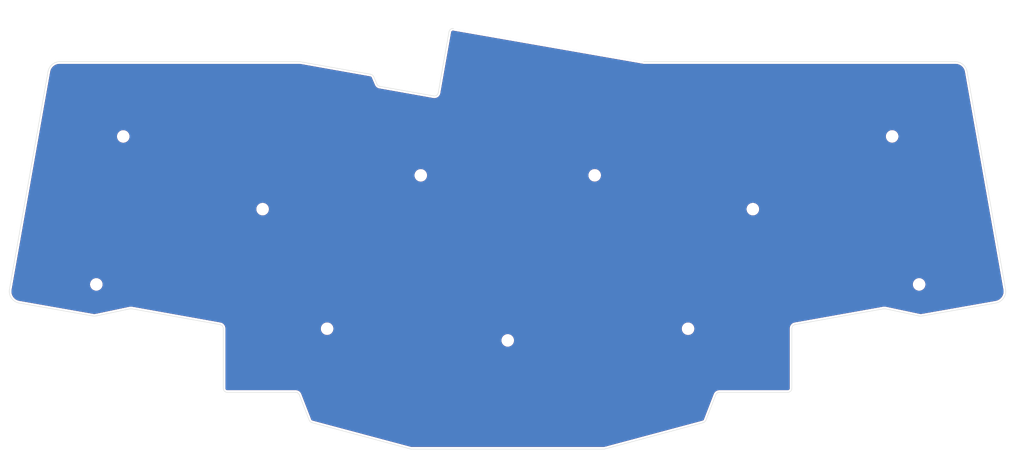
<source format=kicad_pcb>
(kicad_pcb (version 20171130) (host pcbnew "(5.1.9-0-10_14)")

  (general
    (thickness 1.6)
    (drawings 182)
    (tracks 0)
    (zones 0)
    (modules 11)
    (nets 2)
  )

  (page A4)
  (title_block
    (title "REVIUNG41 TOP PLATE")
    (date 2019-12-13)
    (rev 1.1)
  )

  (layers
    (0 F.Cu signal)
    (31 B.Cu signal)
    (32 B.Adhes user)
    (33 F.Adhes user)
    (34 B.Paste user)
    (35 F.Paste user)
    (36 B.SilkS user)
    (37 F.SilkS user)
    (38 B.Mask user)
    (39 F.Mask user)
    (40 Dwgs.User user)
    (41 Cmts.User user)
    (42 Eco1.User user)
    (43 Eco2.User user)
    (44 Edge.Cuts user)
    (45 Margin user)
    (46 B.CrtYd user)
    (47 F.CrtYd user)
    (48 B.Fab user)
    (49 F.Fab user)
  )

  (setup
    (last_trace_width 0.2)
    (user_trace_width 0.2)
    (user_trace_width 0.4)
    (user_trace_width 0.6)
    (user_trace_width 0.8)
    (user_trace_width 1)
    (user_trace_width 1.2)
    (user_trace_width 1.6)
    (user_trace_width 2)
    (trace_clearance 0.2)
    (zone_clearance 0.508)
    (zone_45_only no)
    (trace_min 0.1524)
    (via_size 0.6)
    (via_drill 0.3)
    (via_min_size 0.5)
    (via_min_drill 0.2)
    (user_via 0.9 0.5)
    (user_via 1.2 0.8)
    (user_via 1.4 0.9)
    (user_via 1.5 1)
    (uvia_size 0.3)
    (uvia_drill 0.1)
    (uvias_allowed no)
    (uvia_min_size 0.2)
    (uvia_min_drill 0.1)
    (edge_width 0.05)
    (segment_width 0.2)
    (pcb_text_width 0.3)
    (pcb_text_size 1.5 1.5)
    (mod_edge_width 0.12)
    (mod_text_size 1 1)
    (mod_text_width 0.15)
    (pad_size 1.524 1.524)
    (pad_drill 0.762)
    (pad_to_mask_clearance 0.051)
    (solder_mask_min_width 0.25)
    (aux_axis_origin 50 50)
    (grid_origin 50 50)
    (visible_elements 7FFFE7FF)
    (pcbplotparams
      (layerselection 0x010f0_ffffffff)
      (usegerberextensions false)
      (usegerberattributes false)
      (usegerberadvancedattributes false)
      (creategerberjobfile false)
      (excludeedgelayer true)
      (linewidth 0.100000)
      (plotframeref false)
      (viasonmask true)
      (mode 1)
      (useauxorigin true)
      (hpglpennumber 1)
      (hpglpenspeed 20)
      (hpglpendiameter 15.000000)
      (psnegative false)
      (psa4output false)
      (plotreference true)
      (plotvalue false)
      (plotinvisibletext false)
      (padsonsilk false)
      (subtractmaskfromsilk false)
      (outputformat 1)
      (mirror false)
      (drillshape 0)
      (scaleselection 1)
      (outputdirectory "gerber_top_rev1_2GH/"))
  )

  (net 0 "")
  (net 1 GND)

  (net_class Default "これはデフォルトのネット クラスです。"
    (clearance 0.2)
    (trace_width 0.2)
    (via_dia 0.6)
    (via_drill 0.3)
    (uvia_dia 0.3)
    (uvia_drill 0.1)
  )

  (module MountingHole:MountingHole_2.2mm_M2 (layer F.Cu) (tedit 56D1B4CB) (tstamp 6066B5B1)
    (at 144.8 118.86)
    (descr "Mounting Hole 2.2mm, no annular, M2")
    (tags "mounting hole 2.2mm no annular m2")
    (attr virtual)
    (fp_text reference H7 (at 0 -3.2) (layer F.SilkS) hide
      (effects (font (size 1 1) (thickness 0.15)))
    )
    (fp_text value MountingHole_2.2mm_M2 (at 0 3.2) (layer F.Fab) hide
      (effects (font (size 1 1) (thickness 0.15)))
    )
    (fp_circle (center 0 0) (end 2.2 0) (layer Cmts.User) (width 0.15))
    (fp_circle (center 0 0) (end 2.45 0) (layer F.CrtYd) (width 0.05))
    (fp_text user %R (at 0.3 0) (layer F.Fab) hide
      (effects (font (size 1 1) (thickness 0.15)))
    )
    (pad 1 np_thru_hole circle (at 0 0) (size 2.2 2.2) (drill 2.2) (layers *.Cu *.Mask))
  )

  (module MountingHole:MountingHole_2.2mm_M2 (layer F.Cu) (tedit 56D1B4CB) (tstamp 5DD7C1D8)
    (at 249.4 104.61)
    (descr "Mounting Hole 2.2mm, no annular, M2")
    (tags "mounting hole 2.2mm no annular m2")
    (attr virtual)
    (fp_text reference H10 (at 0 -3.2) (layer F.SilkS) hide
      (effects (font (size 1 1) (thickness 0.15)))
    )
    (fp_text value MountingHole_2.2mm_M2 (at 0 3.2) (layer F.Fab) hide
      (effects (font (size 1 1) (thickness 0.15)))
    )
    (fp_circle (center 0 0) (end 2.2 0) (layer Cmts.User) (width 0.15))
    (fp_circle (center 0 0) (end 2.45 0) (layer F.CrtYd) (width 0.05))
    (fp_text user %R (at 0.3 0) (layer F.Fab) hide
      (effects (font (size 1 1) (thickness 0.15)))
    )
    (pad 1 np_thru_hole circle (at 0 0) (size 2.2 2.2) (drill 2.2) (layers *.Cu *.Mask))
  )

  (module MountingHole:MountingHole_2.2mm_M2 (layer F.Cu) (tedit 56D1B4CB) (tstamp 5DD7C1BB)
    (at 242.54 66.94)
    (descr "Mounting Hole 2.2mm, no annular, M2")
    (tags "mounting hole 2.2mm no annular m2")
    (attr virtual)
    (fp_text reference H9 (at 0 -3.2) (layer F.SilkS) hide
      (effects (font (size 1 1) (thickness 0.15)))
    )
    (fp_text value MountingHole_2.2mm_M2 (at 0 3.2) (layer F.Fab) hide
      (effects (font (size 1 1) (thickness 0.15)))
    )
    (fp_circle (center 0 0) (end 2.2 0) (layer Cmts.User) (width 0.15))
    (fp_circle (center 0 0) (end 2.45 0) (layer F.CrtYd) (width 0.05))
    (fp_text user %R (at 0.3 0) (layer F.Fab) hide
      (effects (font (size 1 1) (thickness 0.15)))
    )
    (pad 1 np_thru_hole circle (at 0 0) (size 2.2 2.2) (drill 2.2) (layers *.Cu *.Mask))
  )

  (module MountingHole:MountingHole_2.2mm_M2 (layer F.Cu) (tedit 56D1B4CB) (tstamp 5DD7C19E)
    (at 207.12 85.45)
    (descr "Mounting Hole 2.2mm, no annular, M2")
    (tags "mounting hole 2.2mm no annular m2")
    (attr virtual)
    (fp_text reference H8 (at 0 -3.2) (layer F.SilkS) hide
      (effects (font (size 1 1) (thickness 0.15)))
    )
    (fp_text value MountingHole_2.2mm_M2 (at 0 3.2) (layer F.Fab) hide
      (effects (font (size 1 1) (thickness 0.15)))
    )
    (fp_circle (center 0 0) (end 2.2 0) (layer Cmts.User) (width 0.15))
    (fp_circle (center 0 0) (end 2.45 0) (layer F.CrtYd) (width 0.05))
    (fp_text user %R (at 0.3 0) (layer F.Fab) hide
      (effects (font (size 1 1) (thickness 0.15)))
    )
    (pad 1 np_thru_hole circle (at 0 0) (size 2.2 2.2) (drill 2.2) (layers *.Cu *.Mask))
  )

  (module MountingHole:MountingHole_2.2mm_M2 (layer F.Cu) (tedit 56D1B4CB) (tstamp 5DD7C181)
    (at 190.65 115.89)
    (descr "Mounting Hole 2.2mm, no annular, M2")
    (tags "mounting hole 2.2mm no annular m2")
    (attr virtual)
    (fp_text reference H7 (at 0 -3.2) (layer F.SilkS) hide
      (effects (font (size 1 1) (thickness 0.15)))
    )
    (fp_text value MountingHole_2.2mm_M2 (at 0 3.2) (layer F.Fab) hide
      (effects (font (size 1 1) (thickness 0.15)))
    )
    (fp_circle (center 0 0) (end 2.2 0) (layer Cmts.User) (width 0.15))
    (fp_circle (center 0 0) (end 2.45 0) (layer F.CrtYd) (width 0.05))
    (fp_text user %R (at 0.3 0) (layer F.Fab) hide
      (effects (font (size 1 1) (thickness 0.15)))
    )
    (pad 1 np_thru_hole circle (at 0 0) (size 2.2 2.2) (drill 2.2) (layers *.Cu *.Mask))
  )

  (module MountingHole:MountingHole_2.2mm_M2 (layer F.Cu) (tedit 56D1B4CB) (tstamp 5DD7C164)
    (at 166.91 76.84)
    (descr "Mounting Hole 2.2mm, no annular, M2")
    (tags "mounting hole 2.2mm no annular m2")
    (attr virtual)
    (fp_text reference H6 (at 0 -3.2) (layer F.SilkS) hide
      (effects (font (size 1 1) (thickness 0.15)))
    )
    (fp_text value MountingHole_2.2mm_M2 (at 0 3.2) (layer F.Fab) hide
      (effects (font (size 1 1) (thickness 0.15)))
    )
    (fp_circle (center 0 0) (end 2.2 0) (layer Cmts.User) (width 0.15))
    (fp_circle (center 0 0) (end 2.45 0) (layer F.CrtYd) (width 0.05))
    (fp_text user %R (at 0.3 0) (layer F.Fab) hide
      (effects (font (size 1 1) (thickness 0.15)))
    )
    (pad 1 np_thru_hole circle (at 0 0) (size 2.2 2.2) (drill 2.2) (layers *.Cu *.Mask))
  )

  (module MountingHole:MountingHole_2.2mm_M2 (layer F.Cu) (tedit 56D1B4CB) (tstamp 5DD7C147)
    (at 98.88 115.88)
    (descr "Mounting Hole 2.2mm, no annular, M2")
    (tags "mounting hole 2.2mm no annular m2")
    (attr virtual)
    (fp_text reference H5 (at 0 -3.2) (layer F.SilkS) hide
      (effects (font (size 1 1) (thickness 0.15)))
    )
    (fp_text value MountingHole_2.2mm_M2 (at 0 3.2) (layer F.Fab) hide
      (effects (font (size 1 1) (thickness 0.15)))
    )
    (fp_circle (center 0 0) (end 2.2 0) (layer Cmts.User) (width 0.15))
    (fp_circle (center 0 0) (end 2.45 0) (layer F.CrtYd) (width 0.05))
    (fp_text user %R (at 0.3 0) (layer F.Fab) hide
      (effects (font (size 1 1) (thickness 0.15)))
    )
    (pad 1 np_thru_hole circle (at 0 0) (size 2.2 2.2) (drill 2.2) (layers *.Cu *.Mask))
  )

  (module MountingHole:MountingHole_2.2mm_M2 (layer F.Cu) (tedit 56D1B4CB) (tstamp 5DD7C12A)
    (at 122.69 76.85)
    (descr "Mounting Hole 2.2mm, no annular, M2")
    (tags "mounting hole 2.2mm no annular m2")
    (attr virtual)
    (fp_text reference H4 (at 0 -3.2) (layer F.SilkS) hide
      (effects (font (size 1 1) (thickness 0.15)))
    )
    (fp_text value MountingHole_2.2mm_M2 (at 0 3.2) (layer F.Fab) hide
      (effects (font (size 1 1) (thickness 0.15)))
    )
    (fp_circle (center 0 0) (end 2.2 0) (layer Cmts.User) (width 0.15))
    (fp_circle (center 0 0) (end 2.45 0) (layer F.CrtYd) (width 0.05))
    (fp_text user %R (at 0.3 0) (layer F.Fab) hide
      (effects (font (size 1 1) (thickness 0.15)))
    )
    (pad 1 np_thru_hole circle (at 0 0) (size 2.2 2.2) (drill 2.2) (layers *.Cu *.Mask))
  )

  (module MountingHole:MountingHole_2.2mm_M2 (layer F.Cu) (tedit 56D1B4CB) (tstamp 5DD7C10D)
    (at 82.48 85.45)
    (descr "Mounting Hole 2.2mm, no annular, M2")
    (tags "mounting hole 2.2mm no annular m2")
    (attr virtual)
    (fp_text reference H3 (at 0 -3.2) (layer F.SilkS) hide
      (effects (font (size 1 1) (thickness 0.15)))
    )
    (fp_text value MountingHole_2.2mm_M2 (at 0 3.2) (layer F.Fab) hide
      (effects (font (size 1 1) (thickness 0.15)))
    )
    (fp_circle (center 0 0) (end 2.2 0) (layer Cmts.User) (width 0.15))
    (fp_circle (center 0 0) (end 2.45 0) (layer F.CrtYd) (width 0.05))
    (fp_text user %R (at 0.3 0) (layer F.Fab) hide
      (effects (font (size 1 1) (thickness 0.15)))
    )
    (pad 1 np_thru_hole circle (at 0 0) (size 2.2 2.2) (drill 2.2) (layers *.Cu *.Mask))
  )

  (module MountingHole:MountingHole_2.2mm_M2 (layer F.Cu) (tedit 56D1B4CB) (tstamp 5DD7C0F0)
    (at 40.2 104.61)
    (descr "Mounting Hole 2.2mm, no annular, M2")
    (tags "mounting hole 2.2mm no annular m2")
    (attr virtual)
    (fp_text reference H2 (at 0 -3.2) (layer F.SilkS) hide
      (effects (font (size 1 1) (thickness 0.15)))
    )
    (fp_text value MountingHole_2.2mm_M2 (at 0 3.2) (layer F.Fab) hide
      (effects (font (size 1 1) (thickness 0.15)))
    )
    (fp_circle (center 0 0) (end 2.2 0) (layer Cmts.User) (width 0.15))
    (fp_circle (center 0 0) (end 2.45 0) (layer F.CrtYd) (width 0.05))
    (fp_text user %R (at 0.3 0) (layer F.Fab) hide
      (effects (font (size 1 1) (thickness 0.15)))
    )
    (pad 1 np_thru_hole circle (at 0 0) (size 2.2 2.2) (drill 2.2) (layers *.Cu *.Mask))
  )

  (module MountingHole:MountingHole_2.2mm_M2 (layer F.Cu) (tedit 56D1B4CB) (tstamp 5DD7C0CC)
    (at 47.05 66.95)
    (descr "Mounting Hole 2.2mm, no annular, M2")
    (tags "mounting hole 2.2mm no annular m2")
    (attr virtual)
    (fp_text reference H11 (at 0 -3.2) (layer F.SilkS) hide
      (effects (font (size 1 1) (thickness 0.15)))
    )
    (fp_text value MountingHole_2.2mm_M2 (at 0 3.2) (layer F.Fab) hide
      (effects (font (size 1 1) (thickness 0.15)))
    )
    (fp_circle (center 0 0) (end 2.2 0) (layer Cmts.User) (width 0.15))
    (fp_circle (center 0 0) (end 2.45 0) (layer F.CrtYd) (width 0.05))
    (fp_text user %R (at 0.3 0) (layer F.Fab) hide
      (effects (font (size 1 1) (thickness 0.15)))
    )
    (pad 1 np_thru_hole circle (at 0 0) (size 2.2 2.2) (drill 2.2) (layers *.Cu *.Mask))
  )

  (gr_curve (pts (xy 179.371694 47.923341) (xy 179.380939 47.929486) (xy 131.029476 39.472724) (xy 131.029476 39.472724)) (layer Edge.Cuts) (width 0.1) (tstamp 60664DED))
  (gr_curve (pts (xy 131.029476 39.472724) (xy 130.485559 39.376813) (xy 129.966881 39.74001) (xy 129.870999 40.283933)) (layer Edge.Cuts) (width 0.1) (tstamp 60664DE5))
  (gr_curve (pts (xy 129.870999 40.283933) (xy 129.870999 40.283933) (xy 127.131726 55.823325) (xy 127.131726 55.823325)) (layer Edge.Cuts) (width 0.1) (tstamp 60664DD5))
  (gr_curve (pts (xy 127.131726 55.823325) (xy 127.035723 56.36793) (xy 126.515927 56.731221) (xy 125.971498 56.634217)) (layer Edge.Cuts) (width 0.1) (tstamp 60664DCA))
  (gr_curve (pts (xy 125.971498 56.634217) (xy 125.971498 56.634217) (xy 112.269033 54.192789) (xy 112.269033 54.192789)) (layer Edge.Cuts) (width 0.1) (tstamp 60664DB6))
  (gr_curve (pts (xy 102.862811 115.893683) (xy 102.862811 118.102822) (xy 101.07195 119.893683) (xy 98.862811 119.893683)) (layer F.Fab) (width 0.1))
  (gr_curve (pts (xy 95.005961 139.798971) (xy 95.005961 139.798971) (xy 120.192304 146.530294) (xy 120.192304 146.530294)) (layer F.Fab) (width 0.1))
  (gr_curve (pts (xy 120.192304 146.530294) (xy 120.192304 146.530294) (xy 169.378966 146.530294) (xy 169.378966 146.530294)) (layer F.Fab) (width 0.1))
  (gr_curve (pts (xy 120.183041 146.52415) (xy 120.183041 146.52415) (xy 169.369719 146.52415) (xy 169.369719 146.52415)) (layer Edge.Cuts) (width 0.1))
  (gr_curve (pts (xy 94.996716 139.792835) (xy 94.996716 139.792835) (xy 120.183041 146.52415) (xy 120.183041 146.52415)) (layer Edge.Cuts) (width 0.1))
  (gr_text "REVIUNG41 rev1.2GH" (at 217.08 112.53 10) (layer F.Mask)
    (effects (font (size 0.85 0.85) (thickness 0.12)) (justify left))
  )
  (gr_curve (pts (xy 240.964361 110.858216) (xy 240.964361 110.858216) (xy 249.381476 112.643445) (xy 249.381476 112.643445)) (layer Edge.Cuts) (width 0.1))
  (gr_curve (pts (xy 217.867113 114.831553) (xy 217.867113 114.831553) (xy 240.197984 110.845811) (xy 240.197984 110.845811)) (layer Edge.Cuts) (width 0.1))
  (gr_curve (pts (xy 217.042822 115.815995) (xy 217.042822 115.331492) (xy 217.390147 114.916685) (xy 217.867113 114.831553)) (layer Edge.Cuts) (width 0.1))
  (gr_curve (pts (xy 194.509469 139.793111) (xy 194.817728 139.710576) (xy 195.068086 139.485874) (xy 195.183338 139.188295)) (layer Edge.Cuts) (width 0.1))
  (gr_curve (pts (xy 195.183338 139.188295) (xy 195.183338 139.188295) (xy 197.690355 132.715247) (xy 197.690355 132.715247)) (layer Edge.Cuts) (width 0.1))
  (gr_curve (pts (xy 198.622859 132.076407) (xy 198.622859 132.076407) (xy 216.042822 132.076407) (xy 216.042822 132.076407)) (layer Edge.Cuts) (width 0.1))
  (gr_curve (pts (xy 217.042822 131.076407) (xy 217.042822 131.076407) (xy 217.042822 115.815995) (xy 217.042822 115.815995)) (layer Edge.Cuts) (width 0.1))
  (gr_curve (pts (xy 216.042822 132.076407) (xy 216.595107 132.076407) (xy 217.042822 131.628691) (xy 217.042822 131.076407)) (layer Edge.Cuts) (width 0.1))
  (gr_curve (pts (xy 250.143428 112.656636) (xy 250.143428 112.656636) (xy 268.932802 109.346551) (xy 268.932802 109.346551)) (layer Edge.Cuts) (width 0.1))
  (gr_curve (pts (xy 240.197984 110.845811) (xy 240.451854 110.800498) (xy 240.712091 110.804711) (xy 240.964361 110.858216)) (layer Edge.Cuts) (width 0.1))
  (gr_curve (pts (xy 249.381476 112.643445) (xy 249.632267 112.696637) (xy 249.890946 112.701115) (xy 250.143428 112.656636)) (layer Edge.Cuts) (width 0.1))
  (gr_curve (pts (xy 268.932802 109.346551) (xy 270.564721 109.059059) (xy 271.654493 107.502939) (xy 271.366731 105.871068)) (layer Edge.Cuts) (width 0.1))
  (gr_curve (pts (xy 197.690355 132.715247) (xy 197.839484 132.3302) (xy 198.209941 132.076407) (xy 198.622859 132.076407)) (layer Edge.Cuts) (width 0.1))
  (gr_curve (pts (xy 30.881925 47.923218) (xy 29.426606 47.923215) (xy 28.181183 48.967718) (xy 27.927756 50.400802)) (layer Edge.Cuts) (width 0.1))
  (gr_curve (pts (xy 91.991651 47.923341) (xy 91.991651 47.923341) (xy 30.881925 47.923218) (xy 30.881925 47.923218)) (layer Edge.Cuts) (width 0.1))
  (gr_curve (pts (xy 271.366731 105.871068) (xy 271.366731 105.871068) (xy 261.585432 50.402362) (xy 261.585432 50.402362)) (layer Edge.Cuts) (width 0.1))
  (gr_curve (pts (xy 109.978429 51.126636) (xy 109.978429 51.126636) (xy 91.991651 47.923341) (xy 91.991651 47.923341)) (layer Edge.Cuts) (width 0.1))
  (gr_curve (pts (xy 110.720976 51.714286) (xy 110.587769 51.406198) (xy 110.308882 51.185487) (xy 109.978429 51.126636)) (layer Edge.Cuts) (width 0.1))
  (gr_curve (pts (xy 111.547006 53.624783) (xy 111.547006 53.624783) (xy 110.720976 51.714286) (xy 110.720976 51.714286)) (layer Edge.Cuts) (width 0.1))
  (gr_curve (pts (xy 112.269033 54.192789) (xy 111.959963 54.154245) (xy 111.680423 53.933358) (xy 111.547006 53.624783)) (layer Edge.Cuts) (width 0.1))
  (gr_curve (pts (xy 261.585432 50.402362) (xy 261.332606 48.968615) (xy 260.086882 47.923341) (xy 258.631014 47.923341)) (layer Edge.Cuts) (width 0.1))
  (gr_curve (pts (xy 258.631014 47.923341) (xy 258.631014 47.923341) (xy 179.371694 47.923341) (xy 179.371694 47.923341)) (layer Edge.Cuts) (width 0.1))
  (gr_curve (pts (xy 39.360873 112.656929) (xy 39.612492 112.701217) (xy 39.870268 112.696885) (xy 40.120257 112.644167)) (layer Edge.Cuts) (width 0.1))
  (gr_curve (pts (xy 73.474974 132.076407) (xy 73.474974 132.076407) (xy 90.877171 132.076407) (xy 90.877171 132.076407)) (layer Edge.Cuts) (width 0.1))
  (gr_curve (pts (xy 169.369719 146.52415) (xy 169.369719 146.52415) (xy 194.509469 139.793111) (xy 194.509469 139.793111)) (layer Edge.Cuts) (width 0.1))
  (gr_curve (pts (xy 71.651178 114.84079) (xy 72.127914 114.926128) (xy 72.474974 115.34083) (xy 72.474974 115.825144)) (layer Edge.Cuts) (width 0.1))
  (gr_curve (pts (xy 27.927756 50.400802) (xy 27.927756 50.400802) (xy 18.118649 105.869443) (xy 18.118649 105.869443)) (layer Edge.Cuts) (width 0.1))
  (gr_curve (pts (xy 90.877171 132.076407) (xy 91.289801 132.076407) (xy 91.660061 132.329851) (xy 91.80939 132.714512)) (layer Edge.Cuts) (width 0.1))
  (gr_curve (pts (xy 72.474974 131.076407) (xy 72.474974 131.628691) (xy 72.922689 132.076407) (xy 73.474974 132.076407)) (layer Edge.Cuts) (width 0.1))
  (gr_curve (pts (xy 40.120257 112.644167) (xy 40.120257 112.644167) (xy 48.581343 110.859881) (xy 48.581343 110.859881)) (layer Edge.Cuts) (width 0.1))
  (gr_curve (pts (xy 94.322695 139.188637) (xy 94.438139 139.486014) (xy 94.688533 139.71047) (xy 94.996716 139.792835)) (layer Edge.Cuts) (width 0.1))
  (gr_curve (pts (xy 20.552765 109.34644) (xy 20.552765 109.34644) (xy 39.360873 112.656929) (xy 39.360873 112.656929)) (layer Edge.Cuts) (width 0.1))
  (gr_curve (pts (xy 91.80939 132.714512) (xy 91.80939 132.714512) (xy 94.322695 139.188637) (xy 94.322695 139.188637)) (layer Edge.Cuts) (width 0.1))
  (gr_curve (pts (xy 72.474974 115.825144) (xy 72.474974 115.825144) (xy 72.474974 131.076407) (xy 72.474974 131.076407)) (layer Edge.Cuts) (width 0.1))
  (gr_curve (pts (xy 48.581343 110.859881) (xy 48.833241 110.806761) (xy 49.093027 110.802772) (xy 49.346437 110.848133)) (layer Edge.Cuts) (width 0.1))
  (gr_curve (pts (xy 49.346437 110.848133) (xy 49.346437 110.848133) (xy 71.651178 114.84079) (xy 71.651178 114.84079)) (layer Edge.Cuts) (width 0.1))
  (gr_curve (pts (xy 18.118649 105.869443) (xy 17.829964 107.501907) (xy 18.92007 109.059063) (xy 20.552765 109.34644)) (layer Edge.Cuts) (width 0.1))
  (gr_curve (pts (xy 144.747294 119.978639) (xy 144.139794 119.978639) (xy 143.647296 119.486141) (xy 143.647296 118.878642)) (layer F.Fab) (width 0.1))
  (gr_curve (pts (xy 145.847291 118.878642) (xy 145.847291 119.486141) (xy 145.354815 119.978639) (xy 144.747294 119.978639)) (layer F.Fab) (width 0.1))
  (gr_curve (pts (xy 144.747294 117.778644) (xy 145.354815 117.778644) (xy 145.847291 118.271121) (xy 145.847291 118.878642)) (layer F.Fab) (width 0.1))
  (gr_curve (pts (xy 143.647296 118.878642) (xy 143.647296 118.271121) (xy 144.139794 117.778644) (xy 144.747294 117.778644)) (layer F.Fab) (width 0.1))
  (gr_curve (pts (xy 72.484234 131.082532) (xy 72.484234 131.634817) (xy 72.931949 132.082532) (xy 73.484234 132.082532)) (layer F.Fab) (width 0.1))
  (gr_curve (pts (xy 240.973608 110.864353) (xy 240.973608 110.864353) (xy 249.390722 112.649585) (xy 249.390722 112.649585)) (layer F.Fab) (width 0.1))
  (gr_curve (pts (xy 73.484234 132.082532) (xy 73.484234 132.082532) (xy 90.886422 132.082532) (xy 90.886422 132.082532)) (layer F.Fab) (width 0.1))
  (gr_curve (pts (xy 250.152677 112.662776) (xy 250.152677 112.662776) (xy 268.94205 109.352676) (xy 268.94205 109.352676)) (layer F.Fab) (width 0.1))
  (gr_curve (pts (xy 240.207231 110.851947) (xy 240.4611 110.806635) (xy 240.721338 110.810847) (xy 240.973608 110.864353)) (layer F.Fab) (width 0.1))
  (gr_curve (pts (xy 90.886422 132.082532) (xy 91.299052 132.082532) (xy 91.669313 132.335977) (xy 91.818641 132.720639)) (layer F.Fab) (width 0.1))
  (gr_curve (pts (xy 271.375976 105.877194) (xy 271.375976 105.877194) (xy 261.594685 50.408507) (xy 261.594685 50.408507)) (layer F.Fab) (width 0.1))
  (gr_curve (pts (xy 216.052068 132.082532) (xy 216.604353 132.082532) (xy 217.052068 131.634817) (xy 217.052068 131.082532)) (layer F.Fab) (width 0.1))
  (gr_curve (pts (xy 217.052068 115.822121) (xy 217.052068 115.337617) (xy 217.399393 114.922811) (xy 217.876359 114.837679)) (layer F.Fab) (width 0.1))
  (gr_curve (pts (xy 217.052068 131.082532) (xy 217.052068 131.082532) (xy 217.052068 115.822121) (xy 217.052068 115.822121)) (layer F.Fab) (width 0.1))
  (gr_curve (pts (xy 72.484234 115.831275) (xy 72.484234 115.831275) (xy 72.484234 131.082532) (xy 72.484234 131.082532)) (layer F.Fab) (width 0.1))
  (gr_curve (pts (xy 195.192589 139.194431) (xy 195.192589 139.194431) (xy 197.699609 132.721373) (xy 197.699609 132.721373)) (layer F.Fab) (width 0.1))
  (gr_curve (pts (xy 261.594685 50.408507) (xy 261.341859 48.97476) (xy 260.096135 47.929486) (xy 258.640268 47.929486)) (layer F.Fab) (width 0.1))
  (gr_curve (pts (xy 198.632113 132.082532) (xy 198.632113 132.082532) (xy 216.052068 132.082532) (xy 216.052068 132.082532)) (layer F.Fab) (width 0.1))
  (gr_curve (pts (xy 169.378966 146.530294) (xy 169.378966 146.530294) (xy 194.51872 139.799247) (xy 194.51872 139.799247)) (layer F.Fab) (width 0.1))
  (gr_curve (pts (xy 49.35569 110.854259) (xy 49.35569 110.854259) (xy 71.660438 114.846921) (xy 71.660438 114.846921)) (layer F.Fab) (width 0.1))
  (gr_curve (pts (xy 71.660438 114.846921) (xy 72.137175 114.932259) (xy 72.484234 115.346961) (xy 72.484234 115.831275)) (layer F.Fab) (width 0.1))
  (gr_curve (pts (xy 91.818641 132.720639) (xy 91.818641 132.720639) (xy 94.33194 139.194772) (xy 94.33194 139.194772)) (layer F.Fab) (width 0.1))
  (gr_curve (pts (xy 249.390722 112.649585) (xy 249.641514 112.702777) (xy 249.900194 112.707255) (xy 250.152677 112.662776)) (layer F.Fab) (width 0.1))
  (gr_curve (pts (xy 268.94205 109.352676) (xy 270.573967 109.065184) (xy 271.663738 107.509064) (xy 271.375976 105.877194)) (layer F.Fab) (width 0.1))
  (gr_curve (pts (xy 217.876359 114.837679) (xy 217.876359 114.837679) (xy 240.207231 110.851947) (xy 240.207231 110.851947)) (layer F.Fab) (width 0.1))
  (gr_curve (pts (xy 197.699609 132.721373) (xy 197.848738 132.336325) (xy 198.219195 132.082532) (xy 198.632113 132.082532)) (layer F.Fab) (width 0.1))
  (gr_curve (pts (xy 194.51872 139.799247) (xy 194.82698 139.716712) (xy 195.077337 139.49201) (xy 195.192589 139.194431)) (layer F.Fab) (width 0.1))
  (gr_curve (pts (xy 94.33194 139.194772) (xy 94.447384 139.49215) (xy 94.697779 139.716606) (xy 95.005961 139.798971)) (layer F.Fab) (width 0.1))
  (gr_curve (pts (xy 131.029476 39.472724) (xy 130.485559 39.376813) (xy 129.966881 39.74001) (xy 129.870999 40.283933)) (layer F.Fab) (width 0.1))
  (gr_curve (pts (xy 127.131726 55.823325) (xy 127.035723 56.36793) (xy 126.515927 56.731221) (xy 125.971498 56.634217)) (layer F.Fab) (width 0.1))
  (gr_curve (pts (xy 112.269033 54.192789) (xy 111.939254 54.134031) (xy 111.660798 53.914059) (xy 111.527296 53.606839)) (layer F.Fab) (width 0.1))
  (gr_curve (pts (xy 110.697461 51.697188) (xy 110.563824 51.389657) (xy 110.28495 51.169572) (xy 109.954781 51.111071)) (layer F.Fab) (width 0.1))
  (gr_curve (pts (xy 179.380939 47.929486) (xy 179.380939 47.929486) (xy 131.029476 39.472724) (xy 131.029476 39.472724)) (layer F.Fab) (width 0.1))
  (gr_curve (pts (xy 48.590592 110.866008) (xy 48.842491 110.812886) (xy 49.102278 110.808897) (xy 49.35569 110.854259)) (layer F.Fab) (width 0.1))
  (gr_curve (pts (xy 30.891179 47.929362) (xy 29.43586 47.929359) (xy 28.190437 48.973862) (xy 27.93701 50.406946)) (layer F.Fab) (width 0.1))
  (gr_curve (pts (xy 40.129508 112.650306) (xy 40.129508 112.650306) (xy 48.590592 110.866008) (xy 48.590592 110.866008)) (layer F.Fab) (width 0.1))
  (gr_curve (pts (xy 258.640268 47.929486) (xy 258.640268 47.929486) (xy 179.380939 47.929486) (xy 179.380939 47.929486)) (layer F.Fab) (width 0.1))
  (gr_curve (pts (xy 91.998663 47.929486) (xy 91.998663 47.929486) (xy 30.891179 47.929362) (xy 30.891179 47.929362)) (layer F.Fab) (width 0.1))
  (gr_curve (pts (xy 39.370118 112.663068) (xy 39.62174 112.707357) (xy 39.879517 112.703025) (xy 40.129508 112.650306)) (layer F.Fab) (width 0.1))
  (gr_curve (pts (xy 125.971498 56.634217) (xy 125.971498 56.634217) (xy 112.269033 54.192789) (xy 112.269033 54.192789)) (layer F.Fab) (width 0.1))
  (gr_curve (pts (xy 20.562017 109.352566) (xy 20.562017 109.352566) (xy 39.370118 112.663068) (xy 39.370118 112.663068)) (layer F.Fab) (width 0.1))
  (gr_curve (pts (xy 18.127904 105.875569) (xy 17.839218 107.508032) (xy 18.929323 109.065188) (xy 20.562017 109.352566)) (layer F.Fab) (width 0.1))
  (gr_curve (pts (xy 27.93701 50.406946) (xy 27.93701 50.406946) (xy 18.127904 105.875569) (xy 18.127904 105.875569)) (layer F.Fab) (width 0.1))
  (gr_curve (pts (xy 109.954781 51.111071) (xy 109.954781 51.111071) (xy 91.998663 47.929486) (xy 91.998663 47.929486)) (layer F.Fab) (width 0.1))
  (gr_curve (pts (xy 129.870999 40.283933) (xy 129.870999 40.283933) (xy 127.131726 55.823325) (xy 127.131726 55.823325)) (layer F.Fab) (width 0.1))
  (gr_curve (pts (xy 111.527296 53.606839) (xy 111.527296 53.606839) (xy 110.697461 51.697188) (xy 110.697461 51.697188)) (layer F.Fab) (width 0.1))
  (gr_curve (pts (xy 238.490312 66.951889) (xy 238.490312 64.74275) (xy 240.281173 62.951889) (xy 242.490312 62.951889)) (layer F.Fab) (width 0.1))
  (gr_curve (pts (xy 122.640671 72.859571) (xy 124.84981 72.859571) (xy 126.640671 74.650432) (xy 126.640671 76.859571)) (layer F.Fab) (width 0.1))
  (gr_curve (pts (xy 166.865707 80.861919) (xy 164.656568 80.861919) (xy 162.865707 79.071058) (xy 162.865707 76.861919)) (layer F.Fab) (width 0.1))
  (gr_curve (pts (xy 122.640671 74.859571) (xy 123.74524 74.859571) (xy 124.640671 75.755001) (xy 124.640671 76.859571)) (layer F.Fab) (width 0.1))
  (gr_curve (pts (xy 240.490312 66.951889) (xy 240.490312 65.84732) (xy 241.385743 64.951889) (xy 242.490312 64.951889)) (layer F.Fab) (width 0.1))
  (gr_curve (pts (xy 146.746148 118.87912) (xy 146.746148 119.98369) (xy 145.850718 120.87912) (xy 144.746148 120.87912)) (layer F.Fab) (width 0.1))
  (gr_curve (pts (xy 190.644811 113.893683) (xy 191.749381 113.893683) (xy 192.644811 114.789113) (xy 192.644811 115.893683)) (layer F.Fab) (width 0.1))
  (gr_curve (pts (xy 192.644811 115.893683) (xy 192.644811 116.998252) (xy 191.749381 117.893683) (xy 190.644811 117.893683)) (layer F.Fab) (width 0.1))
  (gr_curve (pts (xy 190.644811 119.893683) (xy 188.435672 119.893683) (xy 186.644811 118.102822) (xy 186.644811 115.893683)) (layer F.Fab) (width 0.1))
  (gr_curve (pts (xy 96.862811 115.893683) (xy 96.862811 114.789113) (xy 97.758242 113.893683) (xy 98.862811 113.893683)) (layer F.Fab) (width 0.1))
  (gr_curve (pts (xy 98.862811 117.893683) (xy 97.758242 117.893683) (xy 96.862811 116.998252) (xy 96.862811 115.893683)) (layer F.Fab) (width 0.1))
  (gr_curve (pts (xy 249.348829 106.620828) (xy 248.244259 106.620828) (xy 247.348829 105.725398) (xy 247.348829 104.620828)) (layer F.Fab) (width 0.1))
  (gr_curve (pts (xy 166.865707 72.861919) (xy 169.074846 72.861919) (xy 170.865707 74.65278) (xy 170.865707 76.861919)) (layer F.Fab) (width 0.1))
  (gr_curve (pts (xy 249.348829 102.620828) (xy 250.453398 102.620828) (xy 251.348829 103.516259) (xy 251.348829 104.620828)) (layer F.Fab) (width 0.1))
  (gr_curve (pts (xy 244.490312 66.951889) (xy 244.490312 68.056459) (xy 243.594882 68.951889) (xy 242.490312 68.951889)) (layer F.Fab) (width 0.1))
  (gr_curve (pts (xy 246.490312 66.951889) (xy 246.490312 69.161028) (xy 244.699451 70.951889) (xy 242.490312 70.951889)) (layer F.Fab) (width 0.1))
  (gr_curve (pts (xy 164.865707 76.861919) (xy 164.865707 75.75735) (xy 165.761137 74.861919) (xy 166.865707 74.861919)) (layer F.Fab) (width 0.1))
  (gr_curve (pts (xy 249.348829 108.620828) (xy 247.13969 108.620828) (xy 245.348829 106.829967) (xy 245.348829 104.620828)) (layer F.Fab) (width 0.1))
  (gr_curve (pts (xy 122.640671 78.859571) (xy 121.536101 78.859571) (xy 120.640671 77.96414) (xy 120.640671 76.859571)) (layer F.Fab) (width 0.1))
  (gr_curve (pts (xy 124.640671 76.859571) (xy 124.640671 77.96414) (xy 123.74524 78.859571) (xy 122.640671 78.859571)) (layer F.Fab) (width 0.1))
  (gr_curve (pts (xy 118.640671 76.859571) (xy 118.640671 74.650432) (xy 120.431532 72.859571) (xy 122.640671 72.859571)) (layer F.Fab) (width 0.1))
  (gr_curve (pts (xy 247.348829 104.620828) (xy 247.348829 103.516259) (xy 248.244259 102.620828) (xy 249.348829 102.620828)) (layer F.Fab) (width 0.1))
  (gr_curve (pts (xy 190.644811 117.893683) (xy 189.540242 117.893683) (xy 188.644811 116.998252) (xy 188.644811 115.893683)) (layer F.Fab) (width 0.1))
  (gr_curve (pts (xy 190.644811 111.893683) (xy 192.85395 111.893683) (xy 194.644811 113.684544) (xy 194.644811 115.893683)) (layer F.Fab) (width 0.1))
  (gr_curve (pts (xy 242.490312 68.951889) (xy 241.385743 68.951889) (xy 240.490312 68.056459) (xy 240.490312 66.951889)) (layer F.Fab) (width 0.1))
  (gr_curve (pts (xy 186.644811 115.893683) (xy 186.644811 113.684544) (xy 188.435672 111.893683) (xy 190.644811 111.893683)) (layer F.Fab) (width 0.1))
  (gr_curve (pts (xy 144.746148 114.87912) (xy 146.955287 114.87912) (xy 148.746148 116.669981) (xy 148.746148 118.87912)) (layer F.Fab) (width 0.1))
  (gr_curve (pts (xy 144.746148 122.87912) (xy 142.537009 122.87912) (xy 140.746148 121.088259) (xy 140.746148 118.87912)) (layer F.Fab) (width 0.1))
  (gr_curve (pts (xy 148.746148 118.87912) (xy 148.746148 121.088259) (xy 146.955287 122.87912) (xy 144.746148 122.87912)) (layer F.Fab) (width 0.1))
  (gr_curve (pts (xy 98.862811 119.893683) (xy 96.653672 119.893683) (xy 94.862811 118.102822) (xy 94.862811 115.893683)) (layer F.Fab) (width 0.1))
  (gr_curve (pts (xy 120.640671 76.859571) (xy 120.640671 75.755001) (xy 121.536101 74.859571) (xy 122.640671 74.859571)) (layer F.Fab) (width 0.1))
  (gr_curve (pts (xy 249.348829 100.620828) (xy 251.557968 100.620828) (xy 253.348829 102.411689) (xy 253.348829 104.620828)) (layer F.Fab) (width 0.1))
  (gr_curve (pts (xy 188.644811 115.893683) (xy 188.644811 114.789113) (xy 189.540242 113.893683) (xy 190.644811 113.893683)) (layer F.Fab) (width 0.1))
  (gr_curve (pts (xy 100.862811 115.893683) (xy 100.862811 116.998252) (xy 99.967381 117.893683) (xy 98.862811 117.893683)) (layer F.Fab) (width 0.1))
  (gr_curve (pts (xy 94.862811 115.893683) (xy 94.862811 113.684544) (xy 96.653672 111.893683) (xy 98.862811 111.893683)) (layer F.Fab) (width 0.1))
  (gr_curve (pts (xy 242.490312 70.951889) (xy 240.281173 70.951889) (xy 238.490312 69.161028) (xy 238.490312 66.951889)) (layer F.Fab) (width 0.1))
  (gr_curve (pts (xy 168.865707 76.861919) (xy 168.865707 77.966489) (xy 167.970276 78.861919) (xy 166.865707 78.861919)) (layer F.Fab) (width 0.1))
  (gr_curve (pts (xy 144.746148 116.87912) (xy 145.850718 116.87912) (xy 146.746148 117.774551) (xy 146.746148 118.87912)) (layer F.Fab) (width 0.1))
  (gr_curve (pts (xy 162.865707 76.861919) (xy 162.865707 74.65278) (xy 164.656568 72.861919) (xy 166.865707 72.861919)) (layer F.Fab) (width 0.1))
  (gr_curve (pts (xy 245.348829 104.620828) (xy 245.348829 102.411689) (xy 247.13969 100.620828) (xy 249.348829 100.620828)) (layer F.Fab) (width 0.1))
  (gr_curve (pts (xy 142.746148 118.87912) (xy 142.746148 117.774551) (xy 143.641579 116.87912) (xy 144.746148 116.87912)) (layer F.Fab) (width 0.1))
  (gr_curve (pts (xy 166.865707 78.861919) (xy 165.761137 78.861919) (xy 164.865707 77.966489) (xy 164.865707 76.861919)) (layer F.Fab) (width 0.1))
  (gr_curve (pts (xy 144.746148 120.87912) (xy 143.641579 120.87912) (xy 142.746148 119.98369) (xy 142.746148 118.87912)) (layer F.Fab) (width 0.1))
  (gr_curve (pts (xy 194.644811 115.893683) (xy 194.644811 118.102822) (xy 192.85395 119.893683) (xy 190.644811 119.893683)) (layer F.Fab) (width 0.1))
  (gr_curve (pts (xy 140.746148 118.87912) (xy 140.746148 116.669981) (xy 142.537009 114.87912) (xy 144.746148 114.87912)) (layer F.Fab) (width 0.1))
  (gr_curve (pts (xy 251.348829 104.620828) (xy 251.348829 105.725398) (xy 250.453398 106.620828) (xy 249.348829 106.620828)) (layer F.Fab) (width 0.1))
  (gr_curve (pts (xy 98.862811 113.893683) (xy 99.967381 113.893683) (xy 100.862811 114.789113) (xy 100.862811 115.893683)) (layer F.Fab) (width 0.1))
  (gr_curve (pts (xy 170.865707 76.861919) (xy 170.865707 79.071058) (xy 169.074846 80.861919) (xy 166.865707 80.861919)) (layer F.Fab) (width 0.1))
  (gr_curve (pts (xy 98.862811 111.893683) (xy 101.07195 111.893683) (xy 102.862811 113.684544) (xy 102.862811 115.893683)) (layer F.Fab) (width 0.1))
  (gr_curve (pts (xy 242.490312 64.951889) (xy 243.594882 64.951889) (xy 244.490312 65.84732) (xy 244.490312 66.951889)) (layer F.Fab) (width 0.1))
  (gr_curve (pts (xy 166.865707 74.861919) (xy 167.970276 74.861919) (xy 168.865707 75.75735) (xy 168.865707 76.861919)) (layer F.Fab) (width 0.1))
  (gr_curve (pts (xy 253.348829 104.620828) (xy 253.348829 106.829967) (xy 251.557968 108.620828) (xy 249.348829 108.620828)) (layer F.Fab) (width 0.1))
  (gr_curve (pts (xy 242.490312 62.951889) (xy 244.699451 62.951889) (xy 246.490312 64.74275) (xy 246.490312 66.951889)) (layer F.Fab) (width 0.1))
  (gr_line (start 127.885198 51.443196) (end 129.100736 44.549541) (layer F.Fab) (width 0.1))
  (gr_curve (pts (xy 36.155487 104.620828) (xy 36.155487 102.411689) (xy 37.946348 100.620828) (xy 40.155487 100.620828)) (layer F.Fab) (width 0.1))
  (gr_curve (pts (xy 211.071626 85.467152) (xy 211.071626 87.676291) (xy 209.280765 89.467152) (xy 207.071626 89.467152)) (layer F.Fab) (width 0.1))
  (gr_curve (pts (xy 38.155487 104.620828) (xy 38.155487 103.516259) (xy 39.050917 102.620828) (xy 40.155487 102.620828)) (layer F.Fab) (width 0.1))
  (gr_curve (pts (xy 82.428561 83.467152) (xy 83.533131 83.467152) (xy 84.428561 84.362583) (xy 84.428561 85.467152)) (layer F.Fab) (width 0.1))
  (gr_curve (pts (xy 80.428561 85.467152) (xy 80.428561 84.362583) (xy 81.323992 83.467152) (xy 82.428561 83.467152)) (layer F.Fab) (width 0.1))
  (gr_curve (pts (xy 84.428561 85.467152) (xy 84.428561 86.571722) (xy 83.533131 87.467152) (xy 82.428561 87.467152)) (layer F.Fab) (width 0.1))
  (gr_curve (pts (xy 82.428561 89.467152) (xy 80.219422 89.467152) (xy 78.428561 87.676291) (xy 78.428561 85.467152)) (layer F.Fab) (width 0.1))
  (gr_curve (pts (xy 42.155487 104.620828) (xy 42.155487 105.725398) (xy 41.260056 106.620828) (xy 40.155487 106.620828)) (layer F.Fab) (width 0.1))
  (gr_curve (pts (xy 40.155487 108.620828) (xy 37.946348 108.620828) (xy 36.155487 106.829967) (xy 36.155487 104.620828)) (layer F.Fab) (width 0.1))
  (gr_curve (pts (xy 47.013069 70.951889) (xy 44.80393 70.951889) (xy 43.013069 69.161028) (xy 43.013069 66.951889)) (layer F.Fab) (width 0.1))
  (gr_curve (pts (xy 44.155487 104.620828) (xy 44.155487 106.829967) (xy 42.364626 108.620828) (xy 40.155487 108.620828)) (layer F.Fab) (width 0.1))
  (gr_curve (pts (xy 43.013069 66.951889) (xy 43.013069 64.74275) (xy 44.80393 62.951889) (xy 47.013069 62.951889)) (layer F.Fab) (width 0.1))
  (gr_curve (pts (xy 51.013069 66.951889) (xy 51.013069 69.161028) (xy 49.222208 70.951889) (xy 47.013069 70.951889)) (layer F.Fab) (width 0.1))
  (gr_curve (pts (xy 47.013069 68.951889) (xy 45.9085 68.951889) (xy 45.013069 68.056459) (xy 45.013069 66.951889)) (layer F.Fab) (width 0.1))
  (gr_curve (pts (xy 122.640671 80.859571) (xy 120.431532 80.859571) (xy 118.640671 79.06871) (xy 118.640671 76.859571)) (layer F.Fab) (width 0.1))
  (gr_curve (pts (xy 205.071626 85.467152) (xy 205.071626 84.362583) (xy 205.967057 83.467152) (xy 207.071626 83.467152)) (layer F.Fab) (width 0.1))
  (gr_curve (pts (xy 126.640671 76.859571) (xy 126.640671 79.06871) (xy 124.84981 80.859571) (xy 122.640671 80.859571)) (layer F.Fab) (width 0.1))
  (gr_curve (pts (xy 207.071626 83.467152) (xy 208.176196 83.467152) (xy 209.071626 84.362583) (xy 209.071626 85.467152)) (layer F.Fab) (width 0.1))
  (gr_curve (pts (xy 207.071626 87.467152) (xy 205.967057 87.467152) (xy 205.071626 86.571722) (xy 205.071626 85.467152)) (layer F.Fab) (width 0.1))
  (gr_curve (pts (xy 40.155487 106.620828) (xy 39.050917 106.620828) (xy 38.155487 105.725398) (xy 38.155487 104.620828)) (layer F.Fab) (width 0.1))
  (gr_curve (pts (xy 209.071626 85.467152) (xy 209.071626 86.571722) (xy 208.176196 87.467152) (xy 207.071626 87.467152)) (layer F.Fab) (width 0.1))
  (gr_curve (pts (xy 207.071626 81.467152) (xy 209.280765 81.467152) (xy 211.071626 83.258013) (xy 211.071626 85.467152)) (layer F.Fab) (width 0.1))
  (gr_curve (pts (xy 78.428561 85.467152) (xy 78.428561 83.258013) (xy 80.219422 81.467152) (xy 82.428561 81.467152)) (layer F.Fab) (width 0.1))
  (gr_curve (pts (xy 86.428561 85.467152) (xy 86.428561 87.676291) (xy 84.6377 89.467152) (xy 82.428561 89.467152)) (layer F.Fab) (width 0.1))
  (gr_curve (pts (xy 47.013069 64.951889) (xy 48.117639 64.951889) (xy 49.013069 65.84732) (xy 49.013069 66.951889)) (layer F.Fab) (width 0.1))
  (gr_curve (pts (xy 45.013069 66.951889) (xy 45.013069 65.84732) (xy 45.9085 64.951889) (xy 47.013069 64.951889)) (layer F.Fab) (width 0.1))
  (gr_curve (pts (xy 47.013069 62.951889) (xy 49.222208 62.951889) (xy 51.013069 64.74275) (xy 51.013069 66.951889)) (layer F.Fab) (width 0.1))
  (gr_curve (pts (xy 203.071626 85.467152) (xy 203.071626 83.258013) (xy 204.862487 81.467152) (xy 207.071626 81.467152)) (layer F.Fab) (width 0.1))
  (gr_curve (pts (xy 82.428561 81.467152) (xy 84.6377 81.467152) (xy 86.428561 83.258013) (xy 86.428561 85.467152)) (layer F.Fab) (width 0.1))
  (gr_curve (pts (xy 207.071626 89.467152) (xy 204.862487 89.467152) (xy 203.071626 87.676291) (xy 203.071626 85.467152)) (layer F.Fab) (width 0.1))
  (gr_curve (pts (xy 82.428561 87.467152) (xy 81.323992 87.467152) (xy 80.428561 86.571722) (xy 80.428561 85.467152)) (layer F.Fab) (width 0.1))
  (gr_curve (pts (xy 40.155487 102.620828) (xy 41.260056 102.620828) (xy 42.155487 103.516259) (xy 42.155487 104.620828)) (layer F.Fab) (width 0.1))
  (gr_curve (pts (xy 40.155487 100.620828) (xy 42.364626 100.620828) (xy 44.155487 102.411689) (xy 44.155487 104.620828)) (layer F.Fab) (width 0.1))
  (gr_curve (pts (xy 49.013069 66.951889) (xy 49.013069 68.056459) (xy 48.117639 68.951889) (xy 47.013069 68.951889)) (layer F.Fab) (width 0.1))

  (zone (net 1) (net_name GND) (layer B.Cu) (tstamp 60667648) (hatch edge 0.508)
    (connect_pads (clearance 0.508))
    (min_thickness 0.254)
    (fill yes (arc_segments 32) (thermal_gap 0.508) (thermal_bridge_width 0.508))
    (polygon
      (pts
        (xy 28.03 50.33) (xy 28.44 49.34) (xy 29.39 48.44) (xy 30.73 48.01) (xy 92 48.02)
        (xy 110.01 51.24) (xy 110.39 51.42) (xy 110.66 51.78) (xy 111.53 53.83) (xy 111.75 54.09)
        (xy 112.18 54.29) (xy 126.25202 56.632861) (xy 126.634266 56.525833) (xy 126.947707 56.258261) (xy 127.177055 55.684892)
        (xy 129.858599 40.384582) (xy 129.981901 39.963301) (xy 130.288448 39.634497) (xy 130.843306 39.439269) (xy 179.36 48.01)
        (xy 258.76 48.04) (xy 259.99 48.36) (xy 261 49.24) (xy 261.48 50.29) (xy 271.31 106.04)
        (xy 271.24 107.06) (xy 270.6 108.29) (xy 269.7 108.97) (xy 268.94 109.25) (xy 250.18 112.54)
        (xy 249.74 112.58) (xy 249.25 112.51) (xy 240.82 110.75) (xy 240.53 110.73) (xy 240.23 110.76)
        (xy 217.72 114.78) (xy 217.47 114.87) (xy 217.16 115.13) (xy 217 115.41) (xy 216.93 115.75)
        (xy 216.95 131.15) (xy 216.77 131.58) (xy 216.45 131.88) (xy 216.07 131.98) (xy 198.52 131.95)
        (xy 198.05 132.06) (xy 197.7 132.36) (xy 197.57 132.73) (xy 195.05 139.18) (xy 194.87 139.45)
        (xy 194.51 139.71) (xy 169.36 146.45) (xy 120.21 146.45) (xy 94.98 139.71) (xy 94.61 139.5)
        (xy 94.39 139.15) (xy 91.83 132.51) (xy 91.49 132.17) (xy 91.12 132) (xy 73.4 131.99)
        (xy 72.94 131.83) (xy 72.65 131.46) (xy 72.56 131.13) (xy 72.54 115.57) (xy 72.38 115.21)
        (xy 72.08 114.87) (xy 71.69 114.75) (xy 49.26 110.76) (xy 49.03 110.74) (xy 48.71 110.76)
        (xy 40.06 112.59) (xy 39.82 112.62) (xy 39.53 112.61) (xy 20.41 109.24) (xy 19.45 108.8)
        (xy 18.48 107.71) (xy 18.23 107) (xy 18.21 105.99)
      )
    )
  )
  (zone (net 1) (net_name GND) (layer F.Cu) (tstamp 60667645) (hatch edge 0.508)
    (connect_pads (clearance 0.508))
    (min_thickness 0.254)
    (fill yes (arc_segments 32) (thermal_gap 0.508) (thermal_bridge_width 0.508))
    (polygon
      (pts
        (xy 28.03 50.33) (xy 28.44 49.34) (xy 29.39 48.44) (xy 30.73 48.01) (xy 92 48.02)
        (xy 110.01 51.24) (xy 110.39 51.42) (xy 110.66 51.78) (xy 111.53 53.83) (xy 111.75 54.09)
        (xy 112.18 54.29) (xy 126.25202 56.632861) (xy 126.634266 56.525833) (xy 126.947707 56.258261) (xy 127.177055 55.684892)
        (xy 129.858599 40.384582) (xy 129.981901 39.963301) (xy 130.288448 39.634497) (xy 130.843306 39.439269) (xy 179.36 48.01)
        (xy 258.76 48.04) (xy 259.99 48.36) (xy 261 49.24) (xy 261.48 50.29) (xy 271.31 106.04)
        (xy 271.24 107.06) (xy 270.6 108.29) (xy 269.7 108.97) (xy 268.94 109.25) (xy 250.18 112.54)
        (xy 249.74 112.58) (xy 249.25 112.51) (xy 240.82 110.75) (xy 240.53 110.73) (xy 240.23 110.76)
        (xy 217.72 114.78) (xy 217.47 114.87) (xy 217.16 115.13) (xy 217 115.41) (xy 216.93 115.75)
        (xy 216.95 131.15) (xy 216.77 131.58) (xy 216.45 131.88) (xy 216.07 131.98) (xy 198.52 131.95)
        (xy 198.05 132.06) (xy 197.7 132.36) (xy 197.57 132.73) (xy 195.05 139.18) (xy 194.87 139.45)
        (xy 194.51 139.71) (xy 169.36 146.45) (xy 120.21 146.45) (xy 94.98 139.71) (xy 94.61 139.5)
        (xy 94.39 139.15) (xy 91.83 132.51) (xy 91.49 132.17) (xy 91.12 132) (xy 73.4 131.99)
        (xy 72.94 131.83) (xy 72.65 131.46) (xy 72.56 131.13) (xy 72.54 115.57) (xy 72.38 115.21)
        (xy 72.08 114.87) (xy 71.69 114.75) (xy 49.26 110.76) (xy 49.03 110.74) (xy 48.71 110.76)
        (xy 40.06 112.59) (xy 39.82 112.62) (xy 39.53 112.61) (xy 20.41 109.24) (xy 19.45 108.8)
        (xy 18.48 107.71) (xy 18.23 107) (xy 18.21 105.99)
      )
    )
  )
  (zone (net 0) (net_name "") (layer F.Cu) (tstamp 60667642) (hatch edge 0.508)
    (connect_pads (clearance 0.508))
    (min_thickness 0.254)
    (fill yes (arc_segments 32) (thermal_gap 0.508) (thermal_bridge_width 0.508))
    (polygon
      (pts
        (xy 276.06 38.57) (xy 274.79 149.06) (xy 15.71 152.87) (xy 18.25 36.03)
      )
    )
    (filled_polygon
      (pts
        (xy 130.877458 40.144071) (xy 130.928034 40.150379) (xy 131.050051 40.17172) (xy 131.050165 40.171741) (xy 131.454469 40.242453)
        (xy 132.106665 40.356521) (xy 132.106667 40.356521) (xy 132.989047 40.510846) (xy 132.989049 40.510846) (xy 134.083904 40.70233)
        (xy 134.083906 40.70233) (xy 135.373463 40.927864) (xy 135.373529 40.927876) (xy 136.840096 41.184362) (xy 136.84021 41.184383)
        (xy 138.466239 41.468756) (xy 138.466244 41.468756) (xy 140.233913 41.777895) (xy 140.233917 41.777895) (xy 142.125431 42.108687)
        (xy 142.125521 42.108703) (xy 144.123348 42.458081) (xy 144.123353 42.458081) (xy 146.209607 42.822917) (xy 146.209696 42.822933)
        (xy 148.366847 43.200158) (xy 148.366851 43.200158) (xy 150.577036 43.586648) (xy 150.577101 43.58666) (xy 152.82274 43.979339)
        (xy 152.822747 43.97934) (xy 155.086025 44.375091) (xy 155.086067 44.375099) (xy 157.349325 44.770834) (xy 157.349366 44.770842)
        (xy 159.594923 45.163467) (xy 159.594932 45.163468) (xy 161.80503 45.549876) (xy 161.805047 45.549879) (xy 163.961907 45.92696)
        (xy 163.962015 45.92698) (xy 166.048114 46.291668) (xy 166.04812 46.291668) (xy 166.048123 46.291669) (xy 168.045603 46.64084)
        (xy 168.045662 46.640851) (xy 169.936913 46.971425) (xy 169.936916 46.971425) (xy 169.936926 46.971427) (xy 171.704154 47.28029)
        (xy 171.704206 47.280299) (xy 173.329776 47.564365) (xy 173.329782 47.564365) (xy 173.329796 47.564368) (xy 174.795961 47.820534)
        (xy 174.795962 47.820534) (xy 174.795989 47.820539) (xy 176.085043 48.045706) (xy 176.085046 48.045706) (xy 176.085083 48.045713)
        (xy 177.179314 48.236782) (xy 177.179318 48.236782) (xy 177.179377 48.236793) (xy 178.061079 48.390668) (xy 178.061093 48.390669)
        (xy 178.061192 48.390687) (xy 178.712657 48.504269) (xy 178.712676 48.50427) (xy 178.712922 48.504315) (xy 179.11644 48.574505)
        (xy 179.116513 48.57451) (xy 179.117766 48.574735) (xy 179.25563 48.598437) (xy 179.308983 48.602313) (xy 179.36213 48.608274)
        (xy 179.371694 48.608341) (xy 258.62336 48.608341) (xy 258.736191 48.610868) (xy 258.840085 48.617857) (xy 258.942698 48.62938)
        (xy 259.043937 48.645338) (xy 259.143721 48.665634) (xy 259.242001 48.690186) (xy 259.338642 48.718893) (xy 259.433604 48.751684)
        (xy 259.526734 48.788454) (xy 259.617964 48.829129) (xy 259.70721 48.873635) (xy 259.794279 48.92184) (xy 259.879116 48.973686)
        (xy 259.961575 49.02906) (xy 260.041578 49.087895) (xy 260.118961 49.150062) (xy 260.19361 49.215463) (xy 260.265445 49.284034)
        (xy 260.334287 49.355614) (xy 260.400089 49.430169) (xy 260.462702 49.507568) (xy 260.521997 49.587684) (xy 260.577909 49.670482)
        (xy 260.630292 49.755808) (xy 260.679079 49.843638) (xy 260.724138 49.933837) (xy 260.765373 50.026336) (xy 260.8027 50.121107)
        (xy 260.835993 50.218026) (xy 260.865156 50.317062) (xy 260.890088 50.418191) (xy 260.912173 50.528877) (xy 270.690634 105.981488)
        (xy 270.709736 106.108517) (xy 270.721372 106.226095) (xy 270.726994 106.342805) (xy 270.726741 106.458462) (xy 270.720742 106.573036)
        (xy 270.709121 106.686384) (xy 270.691996 106.798354) (xy 270.669469 106.908875) (xy 270.641663 107.017731) (xy 270.608676 107.124807)
        (xy 270.570631 107.229902) (xy 270.527618 107.332895) (xy 270.479776 107.433561) (xy 270.42721 107.531739) (xy 270.370039 107.627252)
        (xy 270.308395 107.7199) (xy 270.242406 107.809502) (xy 270.172195 107.895882) (xy 270.097905 107.978846) (xy 270.019666 108.058219)
        (xy 269.937579 108.133856) (xy 269.85182 108.205543) (xy 269.762475 108.273149) (xy 269.669686 108.336495) (xy 269.573546 108.395439)
        (xy 269.474141 108.449832) (xy 269.371618 108.499495) (xy 269.266007 108.544299) (xy 269.157378 108.58409) (xy 269.045821 108.618694)
        (xy 268.931312 108.647968) (xy 268.805451 108.673437) (xy 250.028618 111.981313) (xy 249.999473 111.986087) (xy 249.915116 111.996291)
        (xy 249.836579 112.001046) (xy 249.757958 112.001096) (xy 249.679468 111.996445) (xy 249.601305 111.987096) (xy 249.513535 111.971216)
        (xy 241.106485 110.188122) (xy 241.106397 110.188112) (xy 241.098384 110.186455) (xy 241.050993 110.177) (xy 241.041319 110.176037)
        (xy 241.031947 110.17348) (xy 241.022508 110.17194) (xy 240.903353 110.15336) (xy 240.887478 110.152455) (xy 240.87191 110.1492)
        (xy 240.862395 110.148232) (xy 240.742532 110.136881) (xy 240.726655 110.136934) (xy 240.710953 110.134626) (xy 240.701397 110.134231)
        (xy 240.581155 110.130113) (xy 240.565318 110.13112) (xy 240.549511 110.129761) (xy 240.539948 110.129942) (xy 240.419655 110.133062)
        (xy 240.403889 110.135022) (xy 240.388011 110.134616) (xy 240.378477 110.135372) (xy 240.258458 110.145737) (xy 240.242811 110.148647)
        (xy 240.226909 110.1492) (xy 240.217438 110.15053) (xy 240.098025 110.168144) (xy 240.092614 110.169492) (xy 240.08705 110.169854)
        (xy 240.077623 110.171468) (xy 217.746752 114.15721) (xy 217.736606 114.160066) (xy 217.726138 114.161217) (xy 217.716792 114.16325)
        (xy 217.628934 114.183012) (xy 217.597272 114.193469) (xy 217.564742 114.20077) (xy 217.55568 114.203828) (xy 217.430286 114.247126)
        (xy 217.393456 114.264027) (xy 217.355434 114.278037) (xy 217.346854 114.282263) (xy 217.230091 114.340803) (xy 217.196306 114.362101)
        (xy 217.160958 114.380664) (xy 217.153001 114.385971) (xy 217.045944 114.45847) (xy 217.015617 114.483653) (xy 216.983368 114.506317)
        (xy 216.97616 114.512604) (xy 216.879886 114.597775) (xy 216.853267 114.626419) (xy 216.824405 114.652809) (xy 216.81806 114.659966)
        (xy 216.733644 114.756524) (xy 216.710924 114.788304) (xy 216.685697 114.818126) (xy 216.680317 114.826033) (xy 216.608836 114.932694)
        (xy 216.590253 114.96731) (xy 216.568939 115.000309) (xy 216.564618 115.008841) (xy 216.507148 115.124318) (xy 216.492995 115.161463)
        (xy 216.475941 115.197361) (xy 216.472762 115.206382) (xy 216.430381 115.32939) (xy 216.421029 115.368611) (xy 216.408658 115.406989)
        (xy 216.406691 115.416349) (xy 216.380473 115.545602) (xy 216.376293 115.586279) (xy 216.369033 115.626522) (xy 216.368327 115.636061)
        (xy 216.359349 115.770276) (xy 216.35991 115.78841) (xy 216.357889 115.806431) (xy 216.357822 115.815995) (xy 216.357822 131.059129)
        (xy 216.355278 131.109518) (xy 216.35181 131.13224) (xy 216.336997 131.184461) (xy 216.318456 131.225497) (xy 216.294067 131.263552)
        (xy 216.264313 131.297903) (xy 216.229967 131.327652) (xy 216.191915 131.35204) (xy 216.150875 131.370583) (xy 216.098656 131.385395)
        (xy 216.075935 131.388862) (xy 216.025544 131.391407) (xy 198.622859 131.391407) (xy 198.614539 131.392223) (xy 198.606207 131.39161)
        (xy 198.596647 131.391909) (xy 198.519767 131.394853) (xy 198.492106 131.398639) (xy 198.464196 131.399251) (xy 198.454708 131.400459)
        (xy 198.341825 131.415635) (xy 198.308596 131.423463) (xy 198.274767 131.428076) (xy 198.265477 131.430351) (xy 198.156308 131.457902)
        (xy 198.124538 131.469318) (xy 198.091821 131.4776) (xy 198.082845 131.480903) (xy 197.978273 131.520222) (xy 197.948265 131.534992)
        (xy 197.916962 131.546756) (xy 197.908409 131.551038) (xy 197.809319 131.601519) (xy 197.781301 131.619435) (xy 197.751657 131.63451)
        (xy 197.743632 131.639713) (xy 197.650907 131.70075) (xy 197.625067 131.721641) (xy 197.597288 131.739896) (xy 197.589888 131.745955)
        (xy 197.504414 131.816943) (xy 197.480949 131.840664) (xy 197.455273 131.861971) (xy 197.448592 131.868815) (xy 197.371251 131.949148)
        (xy 197.350396 131.975544) (xy 197.327072 131.99979) (xy 197.321198 132.007338) (xy 197.252877 132.096412) (xy 197.234917 132.125279)
        (xy 197.214261 132.15229) (xy 197.209277 132.160453) (xy 197.150858 132.257658) (xy 197.136098 132.288735) (xy 197.118458 132.318262)
        (xy 197.114438 132.32694) (xy 197.066808 132.431673) (xy 197.061996 132.445765) (xy 197.055107 132.458958) (xy 197.05159 132.467852)
        (xy 194.551919 138.921934) (xy 194.527841 138.974591) (xy 194.508713 139.005988) (xy 194.486165 139.034774) (xy 194.460464 139.060694)
        (xy 194.43192 139.08346) (xy 194.400876 139.102775) (xy 194.367598 139.118412) (xy 194.312661 139.136677) (xy 169.279603 145.83915)
        (xy 120.272999 145.83915) (xy 95.193219 139.13631) (xy 95.138293 139.118078) (xy 95.105021 139.102465) (xy 95.07398 139.083175)
        (xy 95.045432 139.060435) (xy 95.019719 139.034536) (xy 94.997156 139.005773) (xy 94.978018 138.974408) (xy 94.953908 138.921787)
        (xy 92.44796 132.466614) (xy 92.444192 132.45916) (xy 92.44175 132.451177) (xy 92.438012 132.442374) (xy 92.407467 132.371817)
        (xy 92.393936 132.347415) (xy 92.383275 132.321638) (xy 92.378717 132.31323) (xy 92.323763 132.213554) (xy 92.304456 132.185429)
        (xy 92.287937 132.155593) (xy 92.282455 132.147756) (xy 92.217323 132.056006) (xy 92.195208 132.03054) (xy 92.175666 132.00305)
        (xy 92.16934 131.995877) (xy 92.094911 131.912658) (xy 92.070301 131.890035) (xy 92.048029 131.865121) (xy 92.040945 131.858695)
        (xy 91.958101 131.784612) (xy 91.93128 131.764979) (xy 91.906531 131.742812) (xy 91.898779 131.73721) (xy 91.808405 131.672866)
        (xy 91.779595 131.656333) (xy 91.752564 131.637053) (xy 91.74424 131.632343) (xy 91.647217 131.578343) (xy 91.61664 131.565048)
        (xy 91.587516 131.548821) (xy 91.578721 131.545065) (xy 91.475933 131.502013) (xy 91.443814 131.492116) (xy 91.4128 131.479138)
        (xy 91.40364 131.476389) (xy 91.295969 131.444889) (xy 91.26258 131.438576) (xy 91.229952 131.42908) (xy 91.22054 131.427382)
        (xy 91.108869 131.408038) (xy 91.074589 131.405505) (xy 91.04071 131.399725) (xy 91.031166 131.399111) (xy 90.916379 131.39253)
        (xy 90.901515 131.393132) (xy 90.886735 131.391474) (xy 90.877171 131.391407) (xy 73.492251 131.391407) (xy 73.441861 131.388862)
        (xy 73.41914 131.385395) (xy 73.366919 131.370582) (xy 73.32588 131.35204) (xy 73.287828 131.327652) (xy 73.253479 131.297901)
        (xy 73.223728 131.263552) (xy 73.19934 131.225498) (xy 73.180797 131.18446) (xy 73.165985 131.132241) (xy 73.162519 131.10953)
        (xy 73.159974 131.059119) (xy 73.159974 118.689117) (xy 143.065 118.689117) (xy 143.065 119.030883) (xy 143.131675 119.366081)
        (xy 143.262463 119.681831) (xy 143.452337 119.965998) (xy 143.694002 120.207663) (xy 143.978169 120.397537) (xy 144.293919 120.528325)
        (xy 144.629117 120.595) (xy 144.970883 120.595) (xy 145.306081 120.528325) (xy 145.621831 120.397537) (xy 145.905998 120.207663)
        (xy 146.147663 119.965998) (xy 146.337537 119.681831) (xy 146.468325 119.366081) (xy 146.535 119.030883) (xy 146.535 118.689117)
        (xy 146.468325 118.353919) (xy 146.337537 118.038169) (xy 146.147663 117.754002) (xy 145.905998 117.512337) (xy 145.621831 117.322463)
        (xy 145.306081 117.191675) (xy 144.970883 117.125) (xy 144.629117 117.125) (xy 144.293919 117.191675) (xy 143.978169 117.322463)
        (xy 143.694002 117.512337) (xy 143.452337 117.754002) (xy 143.262463 118.038169) (xy 143.131675 118.353919) (xy 143.065 118.689117)
        (xy 73.159974 118.689117) (xy 73.159974 115.825144) (xy 73.158946 115.814659) (xy 73.159652 115.80415) (xy 73.159292 115.794592)
        (xy 73.155476 115.709117) (xy 97.145 115.709117) (xy 97.145 116.050883) (xy 97.211675 116.386081) (xy 97.342463 116.701831)
        (xy 97.532337 116.985998) (xy 97.774002 117.227663) (xy 98.058169 117.417537) (xy 98.373919 117.548325) (xy 98.709117 117.615)
        (xy 99.050883 117.615) (xy 99.386081 117.548325) (xy 99.701831 117.417537) (xy 99.985998 117.227663) (xy 100.227663 116.985998)
        (xy 100.417537 116.701831) (xy 100.548325 116.386081) (xy 100.615 116.050883) (xy 100.615 115.719117) (xy 188.915 115.719117)
        (xy 188.915 116.060883) (xy 188.981675 116.396081) (xy 189.112463 116.711831) (xy 189.302337 116.995998) (xy 189.544002 117.237663)
        (xy 189.828169 117.427537) (xy 190.143919 117.558325) (xy 190.479117 117.625) (xy 190.820883 117.625) (xy 191.156081 117.558325)
        (xy 191.471831 117.427537) (xy 191.755998 117.237663) (xy 191.997663 116.995998) (xy 192.187537 116.711831) (xy 192.318325 116.396081)
        (xy 192.385 116.060883) (xy 192.385 115.719117) (xy 192.318325 115.383919) (xy 192.187537 115.068169) (xy 191.997663 114.784002)
        (xy 191.755998 114.542337) (xy 191.471831 114.352463) (xy 191.156081 114.221675) (xy 190.820883 114.155) (xy 190.479117 114.155)
        (xy 190.143919 114.221675) (xy 189.828169 114.352463) (xy 189.544002 114.542337) (xy 189.302337 114.784002) (xy 189.112463 115.068169)
        (xy 188.981675 115.383919) (xy 188.915 115.719117) (xy 100.615 115.719117) (xy 100.615 115.709117) (xy 100.548325 115.373919)
        (xy 100.417537 115.058169) (xy 100.227663 114.774002) (xy 99.985998 114.532337) (xy 99.701831 114.342463) (xy 99.386081 114.211675)
        (xy 99.050883 114.145) (xy 98.709117 114.145) (xy 98.373919 114.211675) (xy 98.058169 114.342463) (xy 97.774002 114.532337)
        (xy 97.532337 114.774002) (xy 97.342463 115.058169) (xy 97.211675 115.373919) (xy 97.145 115.709117) (xy 73.155476 115.709117)
        (xy 73.155277 115.704662) (xy 73.15055 115.671679) (xy 73.149081 115.638386) (xy 73.147663 115.628927) (xy 73.127087 115.497924)
        (xy 73.116926 115.458711) (xy 73.109822 115.418833) (xy 73.10717 115.409644) (xy 73.070083 115.284452) (xy 73.055064 115.247467)
        (xy 73.043012 115.209423) (xy 73.039187 115.200657) (xy 72.986664 115.08256) (xy 72.967214 115.04829) (xy 72.950582 115.012569)
        (xy 72.945661 115.004368) (xy 72.878777 114.894652) (xy 72.855267 114.863416) (xy 72.834379 114.83038) (xy 72.828451 114.822874)
        (xy 72.74828 114.72282) (xy 72.721005 114.694875) (xy 72.696097 114.664803) (xy 72.68926 114.658115) (xy 72.596877 114.569011)
        (xy 72.566085 114.544636) (xy 72.537361 114.517853) (xy 72.529722 114.512097) (xy 72.426203 114.435224) (xy 72.392141 114.41476)
        (xy 72.359823 114.391663) (xy 72.351504 114.386946) (xy 72.237921 114.32359) (xy 72.200974 114.307485) (xy 72.165389 114.288555)
        (xy 72.156522 114.284971) (xy 72.033951 114.236413) (xy 71.994657 114.225138) (xy 71.956345 114.210909) (xy 71.94708 114.208534)
        (xy 71.816597 114.176063) (xy 71.798657 114.173422) (xy 71.781281 114.168259) (xy 71.771878 114.166508) (xy 49.467137 110.173851)
        (xy 49.467049 110.173844) (xy 49.458995 110.172444) (xy 49.411409 110.164517) (xy 49.401739 110.163865) (xy 49.392317 110.161613)
        (xy 49.382833 110.160374) (xy 49.263353 110.145614) (xy 49.247491 110.145215) (xy 49.231866 110.142461) (xy 49.222325 110.141794)
        (xy 49.102367 110.134257) (xy 49.086534 110.134811) (xy 49.070801 110.133004) (xy 49.061238 110.132911) (xy 48.94113 110.132591)
        (xy 48.925367 110.134094) (xy 48.909558 110.133235) (xy 48.900006 110.133717) (xy 48.780074 110.140609) (xy 48.764415 110.143058)
        (xy 48.74857 110.14315) (xy 48.739064 110.144205) (xy 48.619635 110.158304) (xy 48.604122 110.161696) (xy 48.588278 110.162743)
        (xy 48.578852 110.164368) (xy 48.460252 110.185669) (xy 48.4549 110.187182) (xy 48.44937 110.187715) (xy 48.439998 110.189622)
        (xy 39.982907 111.973065) (xy 39.954042 111.978792) (xy 39.870351 111.991785) (xy 39.792297 111.999169) (xy 39.713983 112.001887)
        (xy 39.635659 111.999935) (xy 39.557482 111.993306) (xy 39.469506 111.98052) (xy 20.680063 108.673317) (xy 20.554092 108.647843)
        (xy 20.439542 108.618574) (xy 20.327924 108.583961) (xy 20.219243 108.544162) (xy 20.113604 108.499352) (xy 20.011016 108.449662)
        (xy 19.911587 108.395257) (xy 19.815411 108.336291) (xy 19.722576 108.272909) (xy 19.6332 108.205272) (xy 19.547406 108.133546)
        (xy 19.465314 108.057891) (xy 19.38703 107.978455) (xy 19.312731 107.895462) (xy 19.24251 107.809043) (xy 19.176507 107.719394)
        (xy 19.11485 107.626688) (xy 19.057687 107.531147) (xy 19.005116 107.432909) (xy 18.957274 107.332185) (xy 18.91428 107.229162)
        (xy 18.876239 107.123993) (xy 18.843273 107.016873) (xy 18.815484 106.907948) (xy 18.792994 106.797418) (xy 18.775896 106.685363)
        (xy 18.764313 106.571969) (xy 18.758357 106.457362) (xy 18.758152 106.341628) (xy 18.763825 106.22491) (xy 18.775521 106.107263)
        (xy 18.794694 105.980185) (xy 19.067217 104.439117) (xy 38.465 104.439117) (xy 38.465 104.780883) (xy 38.531675 105.116081)
        (xy 38.662463 105.431831) (xy 38.852337 105.715998) (xy 39.094002 105.957663) (xy 39.378169 106.147537) (xy 39.693919 106.278325)
        (xy 40.029117 106.345) (xy 40.370883 106.345) (xy 40.706081 106.278325) (xy 41.021831 106.147537) (xy 41.305998 105.957663)
        (xy 41.547663 105.715998) (xy 41.737537 105.431831) (xy 41.868325 105.116081) (xy 41.935 104.780883) (xy 41.935 104.439117)
        (xy 247.665 104.439117) (xy 247.665 104.780883) (xy 247.731675 105.116081) (xy 247.862463 105.431831) (xy 248.052337 105.715998)
        (xy 248.294002 105.957663) (xy 248.578169 106.147537) (xy 248.893919 106.278325) (xy 249.229117 106.345) (xy 249.570883 106.345)
        (xy 249.906081 106.278325) (xy 250.221831 106.147537) (xy 250.505998 105.957663) (xy 250.747663 105.715998) (xy 250.937537 105.431831)
        (xy 251.068325 105.116081) (xy 251.135 104.780883) (xy 251.135 104.439117) (xy 251.068325 104.103919) (xy 250.937537 103.788169)
        (xy 250.747663 103.504002) (xy 250.505998 103.262337) (xy 250.221831 103.072463) (xy 249.906081 102.941675) (xy 249.570883 102.875)
        (xy 249.229117 102.875) (xy 248.893919 102.941675) (xy 248.578169 103.072463) (xy 248.294002 103.262337) (xy 248.052337 103.504002)
        (xy 247.862463 103.788169) (xy 247.731675 104.103919) (xy 247.665 104.439117) (xy 41.935 104.439117) (xy 41.868325 104.103919)
        (xy 41.737537 103.788169) (xy 41.547663 103.504002) (xy 41.305998 103.262337) (xy 41.021831 103.072463) (xy 40.706081 102.941675)
        (xy 40.370883 102.875) (xy 40.029117 102.875) (xy 39.693919 102.941675) (xy 39.378169 103.072463) (xy 39.094002 103.262337)
        (xy 38.852337 103.504002) (xy 38.662463 103.788169) (xy 38.531675 104.103919) (xy 38.465 104.439117) (xy 19.067217 104.439117)
        (xy 22.455482 85.279117) (xy 80.745 85.279117) (xy 80.745 85.620883) (xy 80.811675 85.956081) (xy 80.942463 86.271831)
        (xy 81.132337 86.555998) (xy 81.374002 86.797663) (xy 81.658169 86.987537) (xy 81.973919 87.118325) (xy 82.309117 87.185)
        (xy 82.650883 87.185) (xy 82.986081 87.118325) (xy 83.301831 86.987537) (xy 83.585998 86.797663) (xy 83.827663 86.555998)
        (xy 84.017537 86.271831) (xy 84.148325 85.956081) (xy 84.215 85.620883) (xy 84.215 85.279117) (xy 205.385 85.279117)
        (xy 205.385 85.620883) (xy 205.451675 85.956081) (xy 205.582463 86.271831) (xy 205.772337 86.555998) (xy 206.014002 86.797663)
        (xy 206.298169 86.987537) (xy 206.613919 87.118325) (xy 206.949117 87.185) (xy 207.290883 87.185) (xy 207.626081 87.118325)
        (xy 207.941831 86.987537) (xy 208.225998 86.797663) (xy 208.467663 86.555998) (xy 208.657537 86.271831) (xy 208.788325 85.956081)
        (xy 208.855 85.620883) (xy 208.855 85.279117) (xy 208.788325 84.943919) (xy 208.657537 84.628169) (xy 208.467663 84.344002)
        (xy 208.225998 84.102337) (xy 207.941831 83.912463) (xy 207.626081 83.781675) (xy 207.290883 83.715) (xy 206.949117 83.715)
        (xy 206.613919 83.781675) (xy 206.298169 83.912463) (xy 206.014002 84.102337) (xy 205.772337 84.344002) (xy 205.582463 84.628169)
        (xy 205.451675 84.943919) (xy 205.385 85.279117) (xy 84.215 85.279117) (xy 84.148325 84.943919) (xy 84.017537 84.628169)
        (xy 83.827663 84.344002) (xy 83.585998 84.102337) (xy 83.301831 83.912463) (xy 82.986081 83.781675) (xy 82.650883 83.715)
        (xy 82.309117 83.715) (xy 81.973919 83.781675) (xy 81.658169 83.912463) (xy 81.374002 84.102337) (xy 81.132337 84.344002)
        (xy 80.942463 84.628169) (xy 80.811675 84.943919) (xy 80.745 85.279117) (xy 22.455482 85.279117) (xy 23.976311 76.679117)
        (xy 120.955 76.679117) (xy 120.955 77.020883) (xy 121.021675 77.356081) (xy 121.152463 77.671831) (xy 121.342337 77.955998)
        (xy 121.584002 78.197663) (xy 121.868169 78.387537) (xy 122.183919 78.518325) (xy 122.519117 78.585) (xy 122.860883 78.585)
        (xy 123.196081 78.518325) (xy 123.511831 78.387537) (xy 123.795998 78.197663) (xy 124.037663 77.955998) (xy 124.227537 77.671831)
        (xy 124.358325 77.356081) (xy 124.425 77.020883) (xy 124.425 76.679117) (xy 124.423011 76.669117) (xy 165.175 76.669117)
        (xy 165.175 77.010883) (xy 165.241675 77.346081) (xy 165.372463 77.661831) (xy 165.562337 77.945998) (xy 165.804002 78.187663)
        (xy 166.088169 78.377537) (xy 166.403919 78.508325) (xy 166.739117 78.575) (xy 167.080883 78.575) (xy 167.416081 78.508325)
        (xy 167.731831 78.377537) (xy 168.015998 78.187663) (xy 168.257663 77.945998) (xy 168.447537 77.661831) (xy 168.578325 77.346081)
        (xy 168.645 77.010883) (xy 168.645 76.669117) (xy 168.578325 76.333919) (xy 168.447537 76.018169) (xy 168.257663 75.734002)
        (xy 168.015998 75.492337) (xy 167.731831 75.302463) (xy 167.416081 75.171675) (xy 167.080883 75.105) (xy 166.739117 75.105)
        (xy 166.403919 75.171675) (xy 166.088169 75.302463) (xy 165.804002 75.492337) (xy 165.562337 75.734002) (xy 165.372463 76.018169)
        (xy 165.241675 76.333919) (xy 165.175 76.669117) (xy 124.423011 76.669117) (xy 124.358325 76.343919) (xy 124.227537 76.028169)
        (xy 124.037663 75.744002) (xy 123.795998 75.502337) (xy 123.511831 75.312463) (xy 123.196081 75.181675) (xy 122.860883 75.115)
        (xy 122.519117 75.115) (xy 122.183919 75.181675) (xy 121.868169 75.312463) (xy 121.584002 75.502337) (xy 121.342337 75.744002)
        (xy 121.152463 76.028169) (xy 121.021675 76.343919) (xy 120.955 76.679117) (xy 23.976311 76.679117) (xy 25.727033 66.779117)
        (xy 45.315 66.779117) (xy 45.315 67.120883) (xy 45.381675 67.456081) (xy 45.512463 67.771831) (xy 45.702337 68.055998)
        (xy 45.944002 68.297663) (xy 46.228169 68.487537) (xy 46.543919 68.618325) (xy 46.879117 68.685) (xy 47.220883 68.685)
        (xy 47.556081 68.618325) (xy 47.871831 68.487537) (xy 48.155998 68.297663) (xy 48.397663 68.055998) (xy 48.587537 67.771831)
        (xy 48.718325 67.456081) (xy 48.785 67.120883) (xy 48.785 66.779117) (xy 48.783011 66.769117) (xy 240.805 66.769117)
        (xy 240.805 67.110883) (xy 240.871675 67.446081) (xy 241.002463 67.761831) (xy 241.192337 68.045998) (xy 241.434002 68.287663)
        (xy 241.718169 68.477537) (xy 242.033919 68.608325) (xy 242.369117 68.675) (xy 242.710883 68.675) (xy 243.046081 68.608325)
        (xy 243.361831 68.477537) (xy 243.645998 68.287663) (xy 243.887663 68.045998) (xy 244.077537 67.761831) (xy 244.208325 67.446081)
        (xy 244.275 67.110883) (xy 244.275 66.769117) (xy 244.208325 66.433919) (xy 244.077537 66.118169) (xy 243.887663 65.834002)
        (xy 243.645998 65.592337) (xy 243.361831 65.402463) (xy 243.046081 65.271675) (xy 242.710883 65.205) (xy 242.369117 65.205)
        (xy 242.033919 65.271675) (xy 241.718169 65.402463) (xy 241.434002 65.592337) (xy 241.192337 65.834002) (xy 241.002463 66.118169)
        (xy 240.871675 66.433919) (xy 240.805 66.769117) (xy 48.783011 66.769117) (xy 48.718325 66.443919) (xy 48.587537 66.128169)
        (xy 48.397663 65.844002) (xy 48.155998 65.602337) (xy 47.871831 65.412463) (xy 47.556081 65.281675) (xy 47.220883 65.215)
        (xy 46.879117 65.215) (xy 46.543919 65.281675) (xy 46.228169 65.412463) (xy 45.944002 65.602337) (xy 45.702337 65.844002)
        (xy 45.512463 66.128169) (xy 45.381675 66.443919) (xy 45.315 66.779117) (xy 25.727033 66.779117) (xy 28.600953 50.527649)
        (xy 28.623088 50.416981) (xy 28.648045 50.315952) (xy 28.677253 50.216928) (xy 28.710575 50.12006) (xy 28.747921 50.025354)
        (xy 28.789189 49.932881) (xy 28.834257 49.842751) (xy 28.883053 49.754981) (xy 28.935467 49.669671) (xy 28.991365 49.586955)
        (xy 29.050692 49.50685) (xy 29.113297 49.429509) (xy 29.17908 49.355017) (xy 29.247951 49.283449) (xy 29.319759 49.214941)
        (xy 29.394411 49.149571) (xy 29.471779 49.087445) (xy 29.551747 49.028664) (xy 29.634215 48.973309) (xy 29.719029 48.921499)
        (xy 29.806092 48.873318) (xy 29.895281 48.828859) (xy 29.986479 48.788214) (xy 30.079611 48.751457) (xy 30.174551 48.718687)
        (xy 30.271149 48.690004) (xy 30.369395 48.66547) (xy 30.469161 48.645185) (xy 30.570358 48.629241) (xy 30.672925 48.617727)
        (xy 30.776771 48.610743) (xy 30.889609 48.608218) (xy 91.931129 48.608341) (xy 109.837293 51.797279) (xy 109.896426 51.811663)
        (xy 109.932478 51.825353) (xy 109.966369 51.843259) (xy 109.997785 51.865142) (xy 110.026299 51.890687) (xy 110.051513 51.919556)
        (xy 110.073118 51.951495) (xy 110.100708 52.005746) (xy 110.918258 53.896631) (xy 110.926302 53.911153) (xy 110.932129 53.926696)
        (xy 110.936404 53.935252) (xy 110.993057 54.046672) (xy 111.013322 54.078418) (xy 111.030792 54.111767) (xy 111.036092 54.119729)
        (xy 111.105078 54.221819) (xy 111.128934 54.250606) (xy 111.150217 54.281343) (xy 111.156453 54.288594) (xy 111.236405 54.380245)
        (xy 111.263773 54.406035) (xy 111.28883 54.434072) (xy 111.295914 54.440498) (xy 111.385466 54.520601) (xy 111.416428 54.543272)
        (xy 111.445392 54.568445) (xy 111.453227 54.573931) (xy 111.551013 54.641375) (xy 111.58574 54.66062) (xy 111.618836 54.682571)
        (xy 111.627315 54.686995) (xy 111.731969 54.740673) (xy 111.770614 54.755938) (xy 111.808005 54.774017) (xy 111.817003 54.777258)
        (xy 111.927157 54.81606) (xy 111.969616 54.826493) (xy 112.011269 54.839778) (xy 112.020635 54.841716) (xy 112.134925 54.864533)
        (xy 112.13724 54.864764) (xy 112.139472 54.865425) (xy 112.148876 54.867168) (xy 125.851341 57.308596) (xy 125.863858 57.309582)
        (xy 125.876066 57.312537) (xy 125.885546 57.313803) (xy 125.98724 57.326665) (xy 126.017114 57.327504) (xy 126.046719 57.331567)
        (xy 126.056279 57.33187) (xy 126.156811 57.334353) (xy 126.194788 57.331574) (xy 126.232865 57.332004) (xy 126.242387 57.331112)
        (xy 126.389729 57.316268) (xy 126.434782 57.307222) (xy 126.480295 57.300954) (xy 126.489581 57.298666) (xy 126.631019 57.262768)
        (xy 126.673471 57.247449) (xy 126.716805 57.234866) (xy 126.725661 57.231254) (xy 126.859221 57.175679) (xy 126.898478 57.154636)
        (xy 126.939006 57.136215) (xy 126.947252 57.13137) (xy 127.070961 57.057499) (xy 127.106611 57.031174) (xy 127.143919 57.007262)
        (xy 127.151388 57.001287) (xy 127.263274 56.910499) (xy 127.294951 56.879198) (xy 127.3286 56.850043) (xy 127.335134 56.843058)
        (xy 127.433224 56.736732) (xy 127.460444 56.700731) (xy 127.489893 56.666543) (xy 127.495343 56.658684) (xy 127.577662 56.538198)
        (xy 127.59976 56.497904) (xy 127.624276 56.459053) (xy 127.628507 56.450475) (xy 127.693082 56.317209) (xy 127.706263 56.281484)
        (xy 127.722407 56.246998) (xy 127.725535 56.237959) (xy 127.757752 56.142698) (xy 127.764518 56.113588) (xy 127.77439 56.085386)
        (xy 127.776589 56.076078) (xy 127.799459 55.976158) (xy 127.801054 55.963695) (xy 127.804598 55.95165) (xy 127.806325 55.942243)
        (xy 130.542597 40.419874) (xy 130.553857 40.370663) (xy 130.56121 40.348907) (xy 130.584866 40.300046) (xy 130.610255 40.262846)
        (xy 130.640879 40.229607) (xy 130.676144 40.200944) (xy 130.715137 40.177608) (xy 130.756851 40.160196) (xy 130.800489 40.14906)
        (xy 130.854488 40.143541)
      )
    )
  )
  (zone (net 0) (net_name "") (layer B.Cu) (tstamp 0) (hatch edge 0.508)
    (connect_pads (clearance 0.508))
    (min_thickness 0.254)
    (fill yes (arc_segments 32) (thermal_gap 0.508) (thermal_bridge_width 0.508))
    (polygon
      (pts
        (xy 274.79 36.03) (xy 276.06 149.06) (xy 15.71 150.33) (xy 18.25 32.22)
      )
    )
    (filled_polygon
      (pts
        (xy 130.877458 40.144071) (xy 130.928034 40.150379) (xy 131.050051 40.17172) (xy 131.050165 40.171741) (xy 131.454469 40.242453)
        (xy 132.106665 40.356521) (xy 132.106667 40.356521) (xy 132.989047 40.510846) (xy 132.989049 40.510846) (xy 134.083904 40.70233)
        (xy 134.083906 40.70233) (xy 135.373463 40.927864) (xy 135.373529 40.927876) (xy 136.840096 41.184362) (xy 136.84021 41.184383)
        (xy 138.466239 41.468756) (xy 138.466244 41.468756) (xy 140.233913 41.777895) (xy 140.233917 41.777895) (xy 142.125431 42.108687)
        (xy 142.125521 42.108703) (xy 144.123348 42.458081) (xy 144.123353 42.458081) (xy 146.209607 42.822917) (xy 146.209696 42.822933)
        (xy 148.366847 43.200158) (xy 148.366851 43.200158) (xy 150.577036 43.586648) (xy 150.577101 43.58666) (xy 152.82274 43.979339)
        (xy 152.822747 43.97934) (xy 155.086025 44.375091) (xy 155.086067 44.375099) (xy 157.349325 44.770834) (xy 157.349366 44.770842)
        (xy 159.594923 45.163467) (xy 159.594932 45.163468) (xy 161.80503 45.549876) (xy 161.805047 45.549879) (xy 163.961907 45.92696)
        (xy 163.962015 45.92698) (xy 166.048114 46.291668) (xy 166.04812 46.291668) (xy 166.048123 46.291669) (xy 168.045603 46.64084)
        (xy 168.045662 46.640851) (xy 169.936913 46.971425) (xy 169.936916 46.971425) (xy 169.936926 46.971427) (xy 171.704154 47.28029)
        (xy 171.704206 47.280299) (xy 173.329776 47.564365) (xy 173.329782 47.564365) (xy 173.329796 47.564368) (xy 174.795961 47.820534)
        (xy 174.795962 47.820534) (xy 174.795989 47.820539) (xy 176.085043 48.045706) (xy 176.085046 48.045706) (xy 176.085083 48.045713)
        (xy 177.179314 48.236782) (xy 177.179318 48.236782) (xy 177.179377 48.236793) (xy 178.061079 48.390668) (xy 178.061093 48.390669)
        (xy 178.061192 48.390687) (xy 178.712657 48.504269) (xy 178.712676 48.50427) (xy 178.712922 48.504315) (xy 179.11644 48.574505)
        (xy 179.116513 48.57451) (xy 179.117766 48.574735) (xy 179.25563 48.598437) (xy 179.308983 48.602313) (xy 179.36213 48.608274)
        (xy 179.371694 48.608341) (xy 258.62336 48.608341) (xy 258.736191 48.610868) (xy 258.840085 48.617857) (xy 258.942698 48.62938)
        (xy 259.043937 48.645338) (xy 259.143721 48.665634) (xy 259.242001 48.690186) (xy 259.338642 48.718893) (xy 259.433604 48.751684)
        (xy 259.526734 48.788454) (xy 259.617964 48.829129) (xy 259.70721 48.873635) (xy 259.794279 48.92184) (xy 259.879116 48.973686)
        (xy 259.961575 49.02906) (xy 260.041578 49.087895) (xy 260.118961 49.150062) (xy 260.19361 49.215463) (xy 260.265445 49.284034)
        (xy 260.334287 49.355614) (xy 260.400089 49.430169) (xy 260.462702 49.507568) (xy 260.521997 49.587684) (xy 260.577909 49.670482)
        (xy 260.630292 49.755808) (xy 260.679079 49.843638) (xy 260.724138 49.933837) (xy 260.765373 50.026336) (xy 260.8027 50.121107)
        (xy 260.835993 50.218026) (xy 260.865156 50.317062) (xy 260.890088 50.418191) (xy 260.912173 50.528877) (xy 270.690634 105.981488)
        (xy 270.709736 106.108517) (xy 270.721372 106.226095) (xy 270.726994 106.342805) (xy 270.726741 106.458462) (xy 270.720742 106.573036)
        (xy 270.709121 106.686384) (xy 270.691996 106.798354) (xy 270.669469 106.908875) (xy 270.641663 107.017731) (xy 270.608676 107.124807)
        (xy 270.570631 107.229902) (xy 270.527618 107.332895) (xy 270.479776 107.433561) (xy 270.42721 107.531739) (xy 270.370039 107.627252)
        (xy 270.308395 107.7199) (xy 270.242406 107.809502) (xy 270.172195 107.895882) (xy 270.097905 107.978846) (xy 270.019666 108.058219)
        (xy 269.937579 108.133856) (xy 269.85182 108.205543) (xy 269.762475 108.273149) (xy 269.669686 108.336495) (xy 269.573546 108.395439)
        (xy 269.474141 108.449832) (xy 269.371618 108.499495) (xy 269.266007 108.544299) (xy 269.157378 108.58409) (xy 269.045821 108.618694)
        (xy 268.931312 108.647968) (xy 268.805451 108.673437) (xy 250.028618 111.981313) (xy 249.999473 111.986087) (xy 249.915116 111.996291)
        (xy 249.836579 112.001046) (xy 249.757958 112.001096) (xy 249.679468 111.996445) (xy 249.601305 111.987096) (xy 249.513535 111.971216)
        (xy 241.106485 110.188122) (xy 241.106397 110.188112) (xy 241.098384 110.186455) (xy 241.050993 110.177) (xy 241.041319 110.176037)
        (xy 241.031947 110.17348) (xy 241.022508 110.17194) (xy 240.903353 110.15336) (xy 240.887478 110.152455) (xy 240.87191 110.1492)
        (xy 240.862395 110.148232) (xy 240.742532 110.136881) (xy 240.726655 110.136934) (xy 240.710953 110.134626) (xy 240.701397 110.134231)
        (xy 240.581155 110.130113) (xy 240.565318 110.13112) (xy 240.549511 110.129761) (xy 240.539948 110.129942) (xy 240.419655 110.133062)
        (xy 240.403889 110.135022) (xy 240.388011 110.134616) (xy 240.378477 110.135372) (xy 240.258458 110.145737) (xy 240.242811 110.148647)
        (xy 240.226909 110.1492) (xy 240.217438 110.15053) (xy 240.098025 110.168144) (xy 240.092614 110.169492) (xy 240.08705 110.169854)
        (xy 240.077623 110.171468) (xy 217.746752 114.15721) (xy 217.736606 114.160066) (xy 217.726138 114.161217) (xy 217.716792 114.16325)
        (xy 217.628934 114.183012) (xy 217.597272 114.193469) (xy 217.564742 114.20077) (xy 217.55568 114.203828) (xy 217.430286 114.247126)
        (xy 217.393456 114.264027) (xy 217.355434 114.278037) (xy 217.346854 114.282263) (xy 217.230091 114.340803) (xy 217.196306 114.362101)
        (xy 217.160958 114.380664) (xy 217.153001 114.385971) (xy 217.045944 114.45847) (xy 217.015617 114.483653) (xy 216.983368 114.506317)
        (xy 216.97616 114.512604) (xy 216.879886 114.597775) (xy 216.853267 114.626419) (xy 216.824405 114.652809) (xy 216.81806 114.659966)
        (xy 216.733644 114.756524) (xy 216.710924 114.788304) (xy 216.685697 114.818126) (xy 216.680317 114.826033) (xy 216.608836 114.932694)
        (xy 216.590253 114.96731) (xy 216.568939 115.000309) (xy 216.564618 115.008841) (xy 216.507148 115.124318) (xy 216.492995 115.161463)
        (xy 216.475941 115.197361) (xy 216.472762 115.206382) (xy 216.430381 115.32939) (xy 216.421029 115.368611) (xy 216.408658 115.406989)
        (xy 216.406691 115.416349) (xy 216.380473 115.545602) (xy 216.376293 115.586279) (xy 216.369033 115.626522) (xy 216.368327 115.636061)
        (xy 216.359349 115.770276) (xy 216.35991 115.78841) (xy 216.357889 115.806431) (xy 216.357822 115.815995) (xy 216.357822 131.059129)
        (xy 216.355278 131.109518) (xy 216.35181 131.13224) (xy 216.336997 131.184461) (xy 216.318456 131.225497) (xy 216.294067 131.263552)
        (xy 216.264313 131.297903) (xy 216.229967 131.327652) (xy 216.191915 131.35204) (xy 216.150875 131.370583) (xy 216.098656 131.385395)
        (xy 216.075935 131.388862) (xy 216.025544 131.391407) (xy 198.622859 131.391407) (xy 198.614539 131.392223) (xy 198.606207 131.39161)
        (xy 198.596647 131.391909) (xy 198.519767 131.394853) (xy 198.492106 131.398639) (xy 198.464196 131.399251) (xy 198.454708 131.400459)
        (xy 198.341825 131.415635) (xy 198.308596 131.423463) (xy 198.274767 131.428076) (xy 198.265477 131.430351) (xy 198.156308 131.457902)
        (xy 198.124538 131.469318) (xy 198.091821 131.4776) (xy 198.082845 131.480903) (xy 197.978273 131.520222) (xy 197.948265 131.534992)
        (xy 197.916962 131.546756) (xy 197.908409 131.551038) (xy 197.809319 131.601519) (xy 197.781301 131.619435) (xy 197.751657 131.63451)
        (xy 197.743632 131.639713) (xy 197.650907 131.70075) (xy 197.625067 131.721641) (xy 197.597288 131.739896) (xy 197.589888 131.745955)
        (xy 197.504414 131.816943) (xy 197.480949 131.840664) (xy 197.455273 131.861971) (xy 197.448592 131.868815) (xy 197.371251 131.949148)
        (xy 197.350396 131.975544) (xy 197.327072 131.99979) (xy 197.321198 132.007338) (xy 197.252877 132.096412) (xy 197.234917 132.125279)
        (xy 197.214261 132.15229) (xy 197.209277 132.160453) (xy 197.150858 132.257658) (xy 197.136098 132.288735) (xy 197.118458 132.318262)
        (xy 197.114438 132.32694) (xy 197.066808 132.431673) (xy 197.061996 132.445765) (xy 197.055107 132.458958) (xy 197.05159 132.467852)
        (xy 194.551919 138.921934) (xy 194.527841 138.974591) (xy 194.508713 139.005988) (xy 194.486165 139.034774) (xy 194.460464 139.060694)
        (xy 194.43192 139.08346) (xy 194.400876 139.102775) (xy 194.367598 139.118412) (xy 194.312661 139.136677) (xy 169.279603 145.83915)
        (xy 120.272999 145.83915) (xy 95.193219 139.13631) (xy 95.138293 139.118078) (xy 95.105021 139.102465) (xy 95.07398 139.083175)
        (xy 95.045432 139.060435) (xy 95.019719 139.034536) (xy 94.997156 139.005773) (xy 94.978018 138.974408) (xy 94.953908 138.921787)
        (xy 92.44796 132.466614) (xy 92.444192 132.45916) (xy 92.44175 132.451177) (xy 92.438012 132.442374) (xy 92.407467 132.371817)
        (xy 92.393936 132.347415) (xy 92.383275 132.321638) (xy 92.378717 132.31323) (xy 92.323763 132.213554) (xy 92.304456 132.185429)
        (xy 92.287937 132.155593) (xy 92.282455 132.147756) (xy 92.217323 132.056006) (xy 92.195208 132.03054) (xy 92.175666 132.00305)
        (xy 92.16934 131.995877) (xy 92.094911 131.912658) (xy 92.070301 131.890035) (xy 92.048029 131.865121) (xy 92.040945 131.858695)
        (xy 91.958101 131.784612) (xy 91.93128 131.764979) (xy 91.906531 131.742812) (xy 91.898779 131.73721) (xy 91.808405 131.672866)
        (xy 91.779595 131.656333) (xy 91.752564 131.637053) (xy 91.74424 131.632343) (xy 91.647217 131.578343) (xy 91.61664 131.565048)
        (xy 91.587516 131.548821) (xy 91.578721 131.545065) (xy 91.475933 131.502013) (xy 91.443814 131.492116) (xy 91.4128 131.479138)
        (xy 91.40364 131.476389) (xy 91.295969 131.444889) (xy 91.26258 131.438576) (xy 91.229952 131.42908) (xy 91.22054 131.427382)
        (xy 91.108869 131.408038) (xy 91.074589 131.405505) (xy 91.04071 131.399725) (xy 91.031166 131.399111) (xy 90.916379 131.39253)
        (xy 90.901515 131.393132) (xy 90.886735 131.391474) (xy 90.877171 131.391407) (xy 73.492251 131.391407) (xy 73.441861 131.388862)
        (xy 73.41914 131.385395) (xy 73.366919 131.370582) (xy 73.32588 131.35204) (xy 73.287828 131.327652) (xy 73.253479 131.297901)
        (xy 73.223728 131.263552) (xy 73.19934 131.225498) (xy 73.180797 131.18446) (xy 73.165985 131.132241) (xy 73.162519 131.10953)
        (xy 73.159974 131.059119) (xy 73.159974 118.689117) (xy 143.065 118.689117) (xy 143.065 119.030883) (xy 143.131675 119.366081)
        (xy 143.262463 119.681831) (xy 143.452337 119.965998) (xy 143.694002 120.207663) (xy 143.978169 120.397537) (xy 144.293919 120.528325)
        (xy 144.629117 120.595) (xy 144.970883 120.595) (xy 145.306081 120.528325) (xy 145.621831 120.397537) (xy 145.905998 120.207663)
        (xy 146.147663 119.965998) (xy 146.337537 119.681831) (xy 146.468325 119.366081) (xy 146.535 119.030883) (xy 146.535 118.689117)
        (xy 146.468325 118.353919) (xy 146.337537 118.038169) (xy 146.147663 117.754002) (xy 145.905998 117.512337) (xy 145.621831 117.322463)
        (xy 145.306081 117.191675) (xy 144.970883 117.125) (xy 144.629117 117.125) (xy 144.293919 117.191675) (xy 143.978169 117.322463)
        (xy 143.694002 117.512337) (xy 143.452337 117.754002) (xy 143.262463 118.038169) (xy 143.131675 118.353919) (xy 143.065 118.689117)
        (xy 73.159974 118.689117) (xy 73.159974 115.825144) (xy 73.158946 115.814659) (xy 73.159652 115.80415) (xy 73.159292 115.794592)
        (xy 73.155476 115.709117) (xy 97.145 115.709117) (xy 97.145 116.050883) (xy 97.211675 116.386081) (xy 97.342463 116.701831)
        (xy 97.532337 116.985998) (xy 97.774002 117.227663) (xy 98.058169 117.417537) (xy 98.373919 117.548325) (xy 98.709117 117.615)
        (xy 99.050883 117.615) (xy 99.386081 117.548325) (xy 99.701831 117.417537) (xy 99.985998 117.227663) (xy 100.227663 116.985998)
        (xy 100.417537 116.701831) (xy 100.548325 116.386081) (xy 100.615 116.050883) (xy 100.615 115.719117) (xy 188.915 115.719117)
        (xy 188.915 116.060883) (xy 188.981675 116.396081) (xy 189.112463 116.711831) (xy 189.302337 116.995998) (xy 189.544002 117.237663)
        (xy 189.828169 117.427537) (xy 190.143919 117.558325) (xy 190.479117 117.625) (xy 190.820883 117.625) (xy 191.156081 117.558325)
        (xy 191.471831 117.427537) (xy 191.755998 117.237663) (xy 191.997663 116.995998) (xy 192.187537 116.711831) (xy 192.318325 116.396081)
        (xy 192.385 116.060883) (xy 192.385 115.719117) (xy 192.318325 115.383919) (xy 192.187537 115.068169) (xy 191.997663 114.784002)
        (xy 191.755998 114.542337) (xy 191.471831 114.352463) (xy 191.156081 114.221675) (xy 190.820883 114.155) (xy 190.479117 114.155)
        (xy 190.143919 114.221675) (xy 189.828169 114.352463) (xy 189.544002 114.542337) (xy 189.302337 114.784002) (xy 189.112463 115.068169)
        (xy 188.981675 115.383919) (xy 188.915 115.719117) (xy 100.615 115.719117) (xy 100.615 115.709117) (xy 100.548325 115.373919)
        (xy 100.417537 115.058169) (xy 100.227663 114.774002) (xy 99.985998 114.532337) (xy 99.701831 114.342463) (xy 99.386081 114.211675)
        (xy 99.050883 114.145) (xy 98.709117 114.145) (xy 98.373919 114.211675) (xy 98.058169 114.342463) (xy 97.774002 114.532337)
        (xy 97.532337 114.774002) (xy 97.342463 115.058169) (xy 97.211675 115.373919) (xy 97.145 115.709117) (xy 73.155476 115.709117)
        (xy 73.155277 115.704662) (xy 73.15055 115.671679) (xy 73.149081 115.638386) (xy 73.147663 115.628927) (xy 73.127087 115.497924)
        (xy 73.116926 115.458711) (xy 73.109822 115.418833) (xy 73.10717 115.409644) (xy 73.070083 115.284452) (xy 73.055064 115.247467)
        (xy 73.043012 115.209423) (xy 73.039187 115.200657) (xy 72.986664 115.08256) (xy 72.967214 115.04829) (xy 72.950582 115.012569)
        (xy 72.945661 115.004368) (xy 72.878777 114.894652) (xy 72.855267 114.863416) (xy 72.834379 114.83038) (xy 72.828451 114.822874)
        (xy 72.74828 114.72282) (xy 72.721005 114.694875) (xy 72.696097 114.664803) (xy 72.68926 114.658115) (xy 72.596877 114.569011)
        (xy 72.566085 114.544636) (xy 72.537361 114.517853) (xy 72.529722 114.512097) (xy 72.426203 114.435224) (xy 72.392141 114.41476)
        (xy 72.359823 114.391663) (xy 72.351504 114.386946) (xy 72.237921 114.32359) (xy 72.200974 114.307485) (xy 72.165389 114.288555)
        (xy 72.156522 114.284971) (xy 72.033951 114.236413) (xy 71.994657 114.225138) (xy 71.956345 114.210909) (xy 71.94708 114.208534)
        (xy 71.816597 114.176063) (xy 71.798657 114.173422) (xy 71.781281 114.168259) (xy 71.771878 114.166508) (xy 49.467137 110.173851)
        (xy 49.467049 110.173844) (xy 49.458995 110.172444) (xy 49.411409 110.164517) (xy 49.401739 110.163865) (xy 49.392317 110.161613)
        (xy 49.382833 110.160374) (xy 49.263353 110.145614) (xy 49.247491 110.145215) (xy 49.231866 110.142461) (xy 49.222325 110.141794)
        (xy 49.102367 110.134257) (xy 49.086534 110.134811) (xy 49.070801 110.133004) (xy 49.061238 110.132911) (xy 48.94113 110.132591)
        (xy 48.925367 110.134094) (xy 48.909558 110.133235) (xy 48.900006 110.133717) (xy 48.780074 110.140609) (xy 48.764415 110.143058)
        (xy 48.74857 110.14315) (xy 48.739064 110.144205) (xy 48.619635 110.158304) (xy 48.604122 110.161696) (xy 48.588278 110.162743)
        (xy 48.578852 110.164368) (xy 48.460252 110.185669) (xy 48.4549 110.187182) (xy 48.44937 110.187715) (xy 48.439998 110.189622)
        (xy 39.982907 111.973065) (xy 39.954042 111.978792) (xy 39.870351 111.991785) (xy 39.792297 111.999169) (xy 39.713983 112.001887)
        (xy 39.635659 111.999935) (xy 39.557482 111.993306) (xy 39.469506 111.98052) (xy 20.680063 108.673317) (xy 20.554092 108.647843)
        (xy 20.439542 108.618574) (xy 20.327924 108.583961) (xy 20.219243 108.544162) (xy 20.113604 108.499352) (xy 20.011016 108.449662)
        (xy 19.911587 108.395257) (xy 19.815411 108.336291) (xy 19.722576 108.272909) (xy 19.6332 108.205272) (xy 19.547406 108.133546)
        (xy 19.465314 108.057891) (xy 19.38703 107.978455) (xy 19.312731 107.895462) (xy 19.24251 107.809043) (xy 19.176507 107.719394)
        (xy 19.11485 107.626688) (xy 19.057687 107.531147) (xy 19.005116 107.432909) (xy 18.957274 107.332185) (xy 18.91428 107.229162)
        (xy 18.876239 107.123993) (xy 18.843273 107.016873) (xy 18.815484 106.907948) (xy 18.792994 106.797418) (xy 18.775896 106.685363)
        (xy 18.764313 106.571969) (xy 18.758357 106.457362) (xy 18.758152 106.341628) (xy 18.763825 106.22491) (xy 18.775521 106.107263)
        (xy 18.794694 105.980185) (xy 19.067217 104.439117) (xy 38.465 104.439117) (xy 38.465 104.780883) (xy 38.531675 105.116081)
        (xy 38.662463 105.431831) (xy 38.852337 105.715998) (xy 39.094002 105.957663) (xy 39.378169 106.147537) (xy 39.693919 106.278325)
        (xy 40.029117 106.345) (xy 40.370883 106.345) (xy 40.706081 106.278325) (xy 41.021831 106.147537) (xy 41.305998 105.957663)
        (xy 41.547663 105.715998) (xy 41.737537 105.431831) (xy 41.868325 105.116081) (xy 41.935 104.780883) (xy 41.935 104.439117)
        (xy 247.665 104.439117) (xy 247.665 104.780883) (xy 247.731675 105.116081) (xy 247.862463 105.431831) (xy 248.052337 105.715998)
        (xy 248.294002 105.957663) (xy 248.578169 106.147537) (xy 248.893919 106.278325) (xy 249.229117 106.345) (xy 249.570883 106.345)
        (xy 249.906081 106.278325) (xy 250.221831 106.147537) (xy 250.505998 105.957663) (xy 250.747663 105.715998) (xy 250.937537 105.431831)
        (xy 251.068325 105.116081) (xy 251.135 104.780883) (xy 251.135 104.439117) (xy 251.068325 104.103919) (xy 250.937537 103.788169)
        (xy 250.747663 103.504002) (xy 250.505998 103.262337) (xy 250.221831 103.072463) (xy 249.906081 102.941675) (xy 249.570883 102.875)
        (xy 249.229117 102.875) (xy 248.893919 102.941675) (xy 248.578169 103.072463) (xy 248.294002 103.262337) (xy 248.052337 103.504002)
        (xy 247.862463 103.788169) (xy 247.731675 104.103919) (xy 247.665 104.439117) (xy 41.935 104.439117) (xy 41.868325 104.103919)
        (xy 41.737537 103.788169) (xy 41.547663 103.504002) (xy 41.305998 103.262337) (xy 41.021831 103.072463) (xy 40.706081 102.941675)
        (xy 40.370883 102.875) (xy 40.029117 102.875) (xy 39.693919 102.941675) (xy 39.378169 103.072463) (xy 39.094002 103.262337)
        (xy 38.852337 103.504002) (xy 38.662463 103.788169) (xy 38.531675 104.103919) (xy 38.465 104.439117) (xy 19.067217 104.439117)
        (xy 22.455482 85.279117) (xy 80.745 85.279117) (xy 80.745 85.620883) (xy 80.811675 85.956081) (xy 80.942463 86.271831)
        (xy 81.132337 86.555998) (xy 81.374002 86.797663) (xy 81.658169 86.987537) (xy 81.973919 87.118325) (xy 82.309117 87.185)
        (xy 82.650883 87.185) (xy 82.986081 87.118325) (xy 83.301831 86.987537) (xy 83.585998 86.797663) (xy 83.827663 86.555998)
        (xy 84.017537 86.271831) (xy 84.148325 85.956081) (xy 84.215 85.620883) (xy 84.215 85.279117) (xy 205.385 85.279117)
        (xy 205.385 85.620883) (xy 205.451675 85.956081) (xy 205.582463 86.271831) (xy 205.772337 86.555998) (xy 206.014002 86.797663)
        (xy 206.298169 86.987537) (xy 206.613919 87.118325) (xy 206.949117 87.185) (xy 207.290883 87.185) (xy 207.626081 87.118325)
        (xy 207.941831 86.987537) (xy 208.225998 86.797663) (xy 208.467663 86.555998) (xy 208.657537 86.271831) (xy 208.788325 85.956081)
        (xy 208.855 85.620883) (xy 208.855 85.279117) (xy 208.788325 84.943919) (xy 208.657537 84.628169) (xy 208.467663 84.344002)
        (xy 208.225998 84.102337) (xy 207.941831 83.912463) (xy 207.626081 83.781675) (xy 207.290883 83.715) (xy 206.949117 83.715)
        (xy 206.613919 83.781675) (xy 206.298169 83.912463) (xy 206.014002 84.102337) (xy 205.772337 84.344002) (xy 205.582463 84.628169)
        (xy 205.451675 84.943919) (xy 205.385 85.279117) (xy 84.215 85.279117) (xy 84.148325 84.943919) (xy 84.017537 84.628169)
        (xy 83.827663 84.344002) (xy 83.585998 84.102337) (xy 83.301831 83.912463) (xy 82.986081 83.781675) (xy 82.650883 83.715)
        (xy 82.309117 83.715) (xy 81.973919 83.781675) (xy 81.658169 83.912463) (xy 81.374002 84.102337) (xy 81.132337 84.344002)
        (xy 80.942463 84.628169) (xy 80.811675 84.943919) (xy 80.745 85.279117) (xy 22.455482 85.279117) (xy 23.976311 76.679117)
        (xy 120.955 76.679117) (xy 120.955 77.020883) (xy 121.021675 77.356081) (xy 121.152463 77.671831) (xy 121.342337 77.955998)
        (xy 121.584002 78.197663) (xy 121.868169 78.387537) (xy 122.183919 78.518325) (xy 122.519117 78.585) (xy 122.860883 78.585)
        (xy 123.196081 78.518325) (xy 123.511831 78.387537) (xy 123.795998 78.197663) (xy 124.037663 77.955998) (xy 124.227537 77.671831)
        (xy 124.358325 77.356081) (xy 124.425 77.020883) (xy 124.425 76.679117) (xy 124.423011 76.669117) (xy 165.175 76.669117)
        (xy 165.175 77.010883) (xy 165.241675 77.346081) (xy 165.372463 77.661831) (xy 165.562337 77.945998) (xy 165.804002 78.187663)
        (xy 166.088169 78.377537) (xy 166.403919 78.508325) (xy 166.739117 78.575) (xy 167.080883 78.575) (xy 167.416081 78.508325)
        (xy 167.731831 78.377537) (xy 168.015998 78.187663) (xy 168.257663 77.945998) (xy 168.447537 77.661831) (xy 168.578325 77.346081)
        (xy 168.645 77.010883) (xy 168.645 76.669117) (xy 168.578325 76.333919) (xy 168.447537 76.018169) (xy 168.257663 75.734002)
        (xy 168.015998 75.492337) (xy 167.731831 75.302463) (xy 167.416081 75.171675) (xy 167.080883 75.105) (xy 166.739117 75.105)
        (xy 166.403919 75.171675) (xy 166.088169 75.302463) (xy 165.804002 75.492337) (xy 165.562337 75.734002) (xy 165.372463 76.018169)
        (xy 165.241675 76.333919) (xy 165.175 76.669117) (xy 124.423011 76.669117) (xy 124.358325 76.343919) (xy 124.227537 76.028169)
        (xy 124.037663 75.744002) (xy 123.795998 75.502337) (xy 123.511831 75.312463) (xy 123.196081 75.181675) (xy 122.860883 75.115)
        (xy 122.519117 75.115) (xy 122.183919 75.181675) (xy 121.868169 75.312463) (xy 121.584002 75.502337) (xy 121.342337 75.744002)
        (xy 121.152463 76.028169) (xy 121.021675 76.343919) (xy 120.955 76.679117) (xy 23.976311 76.679117) (xy 25.727033 66.779117)
        (xy 45.315 66.779117) (xy 45.315 67.120883) (xy 45.381675 67.456081) (xy 45.512463 67.771831) (xy 45.702337 68.055998)
        (xy 45.944002 68.297663) (xy 46.228169 68.487537) (xy 46.543919 68.618325) (xy 46.879117 68.685) (xy 47.220883 68.685)
        (xy 47.556081 68.618325) (xy 47.871831 68.487537) (xy 48.155998 68.297663) (xy 48.397663 68.055998) (xy 48.587537 67.771831)
        (xy 48.718325 67.456081) (xy 48.785 67.120883) (xy 48.785 66.779117) (xy 48.783011 66.769117) (xy 240.805 66.769117)
        (xy 240.805 67.110883) (xy 240.871675 67.446081) (xy 241.002463 67.761831) (xy 241.192337 68.045998) (xy 241.434002 68.287663)
        (xy 241.718169 68.477537) (xy 242.033919 68.608325) (xy 242.369117 68.675) (xy 242.710883 68.675) (xy 243.046081 68.608325)
        (xy 243.361831 68.477537) (xy 243.645998 68.287663) (xy 243.887663 68.045998) (xy 244.077537 67.761831) (xy 244.208325 67.446081)
        (xy 244.275 67.110883) (xy 244.275 66.769117) (xy 244.208325 66.433919) (xy 244.077537 66.118169) (xy 243.887663 65.834002)
        (xy 243.645998 65.592337) (xy 243.361831 65.402463) (xy 243.046081 65.271675) (xy 242.710883 65.205) (xy 242.369117 65.205)
        (xy 242.033919 65.271675) (xy 241.718169 65.402463) (xy 241.434002 65.592337) (xy 241.192337 65.834002) (xy 241.002463 66.118169)
        (xy 240.871675 66.433919) (xy 240.805 66.769117) (xy 48.783011 66.769117) (xy 48.718325 66.443919) (xy 48.587537 66.128169)
        (xy 48.397663 65.844002) (xy 48.155998 65.602337) (xy 47.871831 65.412463) (xy 47.556081 65.281675) (xy 47.220883 65.215)
        (xy 46.879117 65.215) (xy 46.543919 65.281675) (xy 46.228169 65.412463) (xy 45.944002 65.602337) (xy 45.702337 65.844002)
        (xy 45.512463 66.128169) (xy 45.381675 66.443919) (xy 45.315 66.779117) (xy 25.727033 66.779117) (xy 28.600953 50.527649)
        (xy 28.623088 50.416981) (xy 28.648045 50.315952) (xy 28.677253 50.216928) (xy 28.710575 50.12006) (xy 28.747921 50.025354)
        (xy 28.789189 49.932881) (xy 28.834257 49.842751) (xy 28.883053 49.754981) (xy 28.935467 49.669671) (xy 28.991365 49.586955)
        (xy 29.050692 49.50685) (xy 29.113297 49.429509) (xy 29.17908 49.355017) (xy 29.247951 49.283449) (xy 29.319759 49.214941)
        (xy 29.394411 49.149571) (xy 29.471779 49.087445) (xy 29.551747 49.028664) (xy 29.634215 48.973309) (xy 29.719029 48.921499)
        (xy 29.806092 48.873318) (xy 29.895281 48.828859) (xy 29.986479 48.788214) (xy 30.079611 48.751457) (xy 30.174551 48.718687)
        (xy 30.271149 48.690004) (xy 30.369395 48.66547) (xy 30.469161 48.645185) (xy 30.570358 48.629241) (xy 30.672925 48.617727)
        (xy 30.776771 48.610743) (xy 30.889609 48.608218) (xy 91.931129 48.608341) (xy 109.837293 51.797279) (xy 109.896426 51.811663)
        (xy 109.932478 51.825353) (xy 109.966369 51.843259) (xy 109.997785 51.865142) (xy 110.026299 51.890687) (xy 110.051513 51.919556)
        (xy 110.073118 51.951495) (xy 110.100708 52.005746) (xy 110.918258 53.896631) (xy 110.926302 53.911153) (xy 110.932129 53.926696)
        (xy 110.936404 53.935252) (xy 110.993057 54.046672) (xy 111.013322 54.078418) (xy 111.030792 54.111767) (xy 111.036092 54.119729)
        (xy 111.105078 54.221819) (xy 111.128934 54.250606) (xy 111.150217 54.281343) (xy 111.156453 54.288594) (xy 111.236405 54.380245)
        (xy 111.263773 54.406035) (xy 111.28883 54.434072) (xy 111.295914 54.440498) (xy 111.385466 54.520601) (xy 111.416428 54.543272)
        (xy 111.445392 54.568445) (xy 111.453227 54.573931) (xy 111.551013 54.641375) (xy 111.58574 54.66062) (xy 111.618836 54.682571)
        (xy 111.627315 54.686995) (xy 111.731969 54.740673) (xy 111.770614 54.755938) (xy 111.808005 54.774017) (xy 111.817003 54.777258)
        (xy 111.927157 54.81606) (xy 111.969616 54.826493) (xy 112.011269 54.839778) (xy 112.020635 54.841716) (xy 112.134925 54.864533)
        (xy 112.13724 54.864764) (xy 112.139472 54.865425) (xy 112.148876 54.867168) (xy 125.851341 57.308596) (xy 125.863858 57.309582)
        (xy 125.876066 57.312537) (xy 125.885546 57.313803) (xy 125.98724 57.326665) (xy 126.017114 57.327504) (xy 126.046719 57.331567)
        (xy 126.056279 57.33187) (xy 126.156811 57.334353) (xy 126.194788 57.331574) (xy 126.232865 57.332004) (xy 126.242387 57.331112)
        (xy 126.389729 57.316268) (xy 126.434782 57.307222) (xy 126.480295 57.300954) (xy 126.489581 57.298666) (xy 126.631019 57.262768)
        (xy 126.673471 57.247449) (xy 126.716805 57.234866) (xy 126.725661 57.231254) (xy 126.859221 57.175679) (xy 126.898478 57.154636)
        (xy 126.939006 57.136215) (xy 126.947252 57.13137) (xy 127.070961 57.057499) (xy 127.106611 57.031174) (xy 127.143919 57.007262)
        (xy 127.151388 57.001287) (xy 127.263274 56.910499) (xy 127.294951 56.879198) (xy 127.3286 56.850043) (xy 127.335134 56.843058)
        (xy 127.433224 56.736732) (xy 127.460444 56.700731) (xy 127.489893 56.666543) (xy 127.495343 56.658684) (xy 127.577662 56.538198)
        (xy 127.59976 56.497904) (xy 127.624276 56.459053) (xy 127.628507 56.450475) (xy 127.693082 56.317209) (xy 127.706263 56.281484)
        (xy 127.722407 56.246998) (xy 127.725535 56.237959) (xy 127.757752 56.142698) (xy 127.764518 56.113588) (xy 127.77439 56.085386)
        (xy 127.776589 56.076078) (xy 127.799459 55.976158) (xy 127.801054 55.963695) (xy 127.804598 55.95165) (xy 127.806325 55.942243)
        (xy 130.542597 40.419874) (xy 130.553857 40.370663) (xy 130.56121 40.348907) (xy 130.584866 40.300046) (xy 130.610255 40.262846)
        (xy 130.640879 40.229607) (xy 130.676144 40.200944) (xy 130.715137 40.177608) (xy 130.756851 40.160196) (xy 130.800489 40.14906)
        (xy 130.854488 40.143541)
      )
    )
  )
)

</source>
